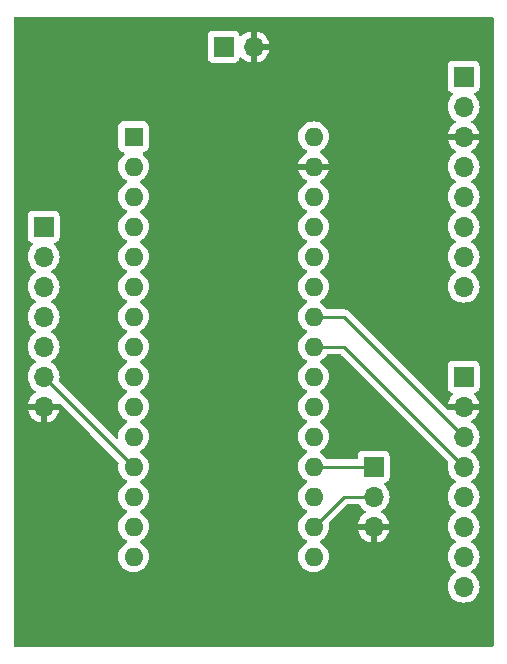
<source format=gbr>
G04 #@! TF.GenerationSoftware,KiCad,Pcbnew,7.0.10*
G04 #@! TF.CreationDate,2024-02-28T18:16:07-05:00*
G04 #@! TF.ProjectId,ApolloAvionics,41706f6c-6c6f-4417-9669-6f6e6963732e,rev?*
G04 #@! TF.SameCoordinates,Original*
G04 #@! TF.FileFunction,Copper,L2,Bot*
G04 #@! TF.FilePolarity,Positive*
%FSLAX46Y46*%
G04 Gerber Fmt 4.6, Leading zero omitted, Abs format (unit mm)*
G04 Created by KiCad (PCBNEW 7.0.10) date 2024-02-28 18:16:07*
%MOMM*%
%LPD*%
G01*
G04 APERTURE LIST*
G04 #@! TA.AperFunction,ComponentPad*
%ADD10R,1.700000X1.700000*%
G04 #@! TD*
G04 #@! TA.AperFunction,ComponentPad*
%ADD11O,1.700000X1.700000*%
G04 #@! TD*
G04 #@! TA.AperFunction,ComponentPad*
%ADD12R,1.600000X1.600000*%
G04 #@! TD*
G04 #@! TA.AperFunction,ComponentPad*
%ADD13O,1.600000X1.600000*%
G04 #@! TD*
G04 #@! TA.AperFunction,Conductor*
%ADD14C,0.250000*%
G04 #@! TD*
G04 APERTURE END LIST*
D10*
G04 #@! TO.P,ESC1,1,VCC*
G04 #@! TO.N,Net-(A1-VIN)*
X58420000Y-55880000D03*
D11*
G04 #@! TO.P,ESC1,2,SGND*
G04 #@! TO.N,Net-(ESC1-SGND)*
X58420000Y-58420000D03*
G04 #@! TO.P,ESC1,3,S1*
G04 #@! TO.N,Net-(A1-D5)*
X58420000Y-60960000D03*
G04 #@! TO.P,ESC1,4,S2*
G04 #@! TO.N,Net-(A1-D6)*
X58420000Y-63500000D03*
G04 #@! TO.P,ESC1,5,S3*
G04 #@! TO.N,Net-(A1-D10)*
X58420000Y-66040000D03*
G04 #@! TO.P,ESC1,6,S4*
G04 #@! TO.N,Net-(A1-D9)*
X58420000Y-68580000D03*
G04 #@! TO.P,ESC1,7,GND*
G04 #@! TO.N,GND*
X58420000Y-71120000D03*
G04 #@! TD*
D12*
G04 #@! TO.P,A1,1,D1/TX*
G04 #@! TO.N,unconnected-(A1-D1{slash}TX-Pad1)*
X66040000Y-48260000D03*
D13*
G04 #@! TO.P,A1,2,D0/RX*
G04 #@! TO.N,unconnected-(A1-D0{slash}RX-Pad2)*
X66040000Y-50800000D03*
G04 #@! TO.P,A1,3,~{RESET}*
G04 #@! TO.N,unconnected-(A1-~{RESET}-Pad3)*
X66040000Y-53340000D03*
G04 #@! TO.P,A1,4,GND*
G04 #@! TO.N,Net-(ESC1-SGND)*
X66040000Y-55880000D03*
G04 #@! TO.P,A1,5,D2*
G04 #@! TO.N,unconnected-(A1-D2-Pad5)*
X66040000Y-58420000D03*
G04 #@! TO.P,A1,6,D3*
G04 #@! TO.N,unconnected-(A1-D3-Pad6)*
X66040000Y-60960000D03*
G04 #@! TO.P,A1,7,D4*
G04 #@! TO.N,unconnected-(A1-D4-Pad7)*
X66040000Y-63500000D03*
G04 #@! TO.P,A1,8,D5*
G04 #@! TO.N,Net-(A1-D5)*
X66040000Y-66040000D03*
G04 #@! TO.P,A1,9,D6*
G04 #@! TO.N,Net-(A1-D6)*
X66040000Y-68580000D03*
G04 #@! TO.P,A1,10,D7*
G04 #@! TO.N,unconnected-(A1-D7-Pad10)*
X66040000Y-71120000D03*
G04 #@! TO.P,A1,11,D8*
G04 #@! TO.N,unconnected-(A1-D8-Pad11)*
X66040000Y-73660000D03*
G04 #@! TO.P,A1,12,D9*
G04 #@! TO.N,Net-(A1-D9)*
X66040000Y-76200000D03*
G04 #@! TO.P,A1,13,D10*
G04 #@! TO.N,Net-(A1-D10)*
X66040000Y-78740000D03*
G04 #@! TO.P,A1,14,D11*
G04 #@! TO.N,unconnected-(A1-D11-Pad14)*
X66040000Y-81280000D03*
G04 #@! TO.P,A1,15,D12*
G04 #@! TO.N,unconnected-(A1-D12-Pad15)*
X66040000Y-83820000D03*
G04 #@! TO.P,A1,16,D13*
G04 #@! TO.N,unconnected-(A1-D13-Pad16)*
X81280000Y-83820000D03*
G04 #@! TO.P,A1,17,3V3*
G04 #@! TO.N,Net-(A1-3V3)*
X81280000Y-81280000D03*
G04 #@! TO.P,A1,18,AREF*
G04 #@! TO.N,unconnected-(A1-AREF-Pad18)*
X81280000Y-78740000D03*
G04 #@! TO.P,A1,19,A0*
G04 #@! TO.N,Net-(A1-A0)*
X81280000Y-76200000D03*
G04 #@! TO.P,A1,20,A1*
G04 #@! TO.N,unconnected-(A1-A1-Pad20)*
X81280000Y-73660000D03*
G04 #@! TO.P,A1,21,A2*
G04 #@! TO.N,unconnected-(A1-A2-Pad21)*
X81280000Y-71120000D03*
G04 #@! TO.P,A1,22,A3*
G04 #@! TO.N,unconnected-(A1-A3-Pad22)*
X81280000Y-68580000D03*
G04 #@! TO.P,A1,23,A4*
G04 #@! TO.N,Net-(A1-A4)*
X81280000Y-66040000D03*
G04 #@! TO.P,A1,24,A5*
G04 #@! TO.N,Net-(A1-A5)*
X81280000Y-63500000D03*
G04 #@! TO.P,A1,25,A6*
G04 #@! TO.N,unconnected-(A1-A6-Pad25)*
X81280000Y-60960000D03*
G04 #@! TO.P,A1,26,A7*
G04 #@! TO.N,unconnected-(A1-A7-Pad26)*
X81280000Y-58420000D03*
G04 #@! TO.P,A1,27,+5V*
G04 #@! TO.N,+5V*
X81280000Y-55880000D03*
G04 #@! TO.P,A1,28,~{RESET}*
G04 #@! TO.N,unconnected-(A1-~{RESET}-Pad28)*
X81280000Y-53340000D03*
G04 #@! TO.P,A1,29,GND*
G04 #@! TO.N,GND*
X81280000Y-50800000D03*
G04 #@! TO.P,A1,30,VIN*
G04 #@! TO.N,Net-(A1-VIN)*
X81280000Y-48260000D03*
G04 #@! TD*
D10*
G04 #@! TO.P,BMP1,1,VIN*
G04 #@! TO.N,+5V*
X93980000Y-43180000D03*
D11*
G04 #@! TO.P,BMP1,2,3Vo*
G04 #@! TO.N,unconnected-(BMP1-3Vo-Pad2)*
X93980000Y-45720000D03*
G04 #@! TO.P,BMP1,3,GND*
G04 #@! TO.N,GND*
X93980000Y-48260000D03*
G04 #@! TO.P,BMP1,4,SCL*
G04 #@! TO.N,Net-(A1-A5)*
X93980000Y-50800000D03*
G04 #@! TO.P,BMP1,5,SDO*
G04 #@! TO.N,unconnected-(BMP1-SDO-Pad5)*
X93980000Y-53340000D03*
G04 #@! TO.P,BMP1,6,SDA*
G04 #@! TO.N,Net-(A1-A4)*
X93980000Y-55880000D03*
G04 #@! TO.P,BMP1,7,CS*
G04 #@! TO.N,unconnected-(BMP1-CS-Pad7)*
X93980000Y-58420000D03*
G04 #@! TO.P,BMP1,8,INT*
G04 #@! TO.N,unconnected-(BMP1-INT-Pad8)*
X93980000Y-60960000D03*
G04 #@! TD*
D10*
G04 #@! TO.P,SRV1,1,PWM*
G04 #@! TO.N,Net-(A1-A0)*
X86360000Y-76200000D03*
D11*
G04 #@! TO.P,SRV1,2,+*
G04 #@! TO.N,Net-(A1-3V3)*
X86360000Y-78740000D03*
G04 #@! TO.P,SRV1,3,-*
G04 #@! TO.N,GND*
X86360000Y-81280000D03*
G04 #@! TD*
D10*
G04 #@! TO.P,BT1,1,+*
G04 #@! TO.N,Net-(A1-VIN)*
X73660000Y-40640000D03*
D11*
G04 #@! TO.P,BT1,2,-*
G04 #@! TO.N,GND*
X76200000Y-40640000D03*
G04 #@! TD*
D10*
G04 #@! TO.P,MPU1,1,VCC*
G04 #@! TO.N,+5V*
X93980000Y-68580000D03*
D11*
G04 #@! TO.P,MPU1,2,GND*
G04 #@! TO.N,GND*
X93980000Y-71120000D03*
G04 #@! TO.P,MPU1,3,SCL*
G04 #@! TO.N,Net-(A1-A5)*
X93980000Y-73660000D03*
G04 #@! TO.P,MPU1,4,SDA*
G04 #@! TO.N,Net-(A1-A4)*
X93980000Y-76200000D03*
G04 #@! TO.P,MPU1,5,XDA*
G04 #@! TO.N,unconnected-(MPU1-XDA-Pad5)*
X93980000Y-78740000D03*
G04 #@! TO.P,MPU1,6,XCL*
G04 #@! TO.N,unconnected-(MPU1-XCL-Pad6)*
X93980000Y-81280000D03*
G04 #@! TO.P,MPU1,7,ADO*
G04 #@! TO.N,unconnected-(MPU1-ADO-Pad7)*
X93980000Y-83820000D03*
G04 #@! TO.P,MPU1,8,INT*
G04 #@! TO.N,unconnected-(MPU1-INT-Pad8)*
X93980000Y-86360000D03*
G04 #@! TD*
D14*
G04 #@! TO.N,Net-(A1-D9)*
X58420000Y-68580000D02*
X66040000Y-76200000D01*
G04 #@! TO.N,Net-(A1-3V3)*
X83820000Y-78740000D02*
X81280000Y-81280000D01*
X86360000Y-78740000D02*
X83820000Y-78740000D01*
G04 #@! TO.N,Net-(A1-A0)*
X86360000Y-76200000D02*
X81280000Y-76200000D01*
G04 #@! TO.N,Net-(A1-A4)*
X93980000Y-76200000D02*
X83820000Y-66040000D01*
X83820000Y-66040000D02*
X81280000Y-66040000D01*
G04 #@! TO.N,Net-(A1-A5)*
X83820000Y-63500000D02*
X81280000Y-63500000D01*
X93980000Y-73660000D02*
X83820000Y-63500000D01*
G04 #@! TD*
G04 #@! TA.AperFunction,Conductor*
G04 #@! TO.N,GND*
G36*
X96462539Y-38120185D02*
G01*
X96508294Y-38172989D01*
X96519500Y-38224500D01*
X96519500Y-91315500D01*
X96499815Y-91382539D01*
X96447011Y-91428294D01*
X96395500Y-91439500D01*
X56004500Y-91439500D01*
X55937461Y-91419815D01*
X55891706Y-91367011D01*
X55880500Y-91315500D01*
X55880500Y-68580000D01*
X57064341Y-68580000D01*
X57084936Y-68815403D01*
X57084938Y-68815413D01*
X57146094Y-69043655D01*
X57146096Y-69043659D01*
X57146097Y-69043663D01*
X57234262Y-69232732D01*
X57245965Y-69257830D01*
X57245967Y-69257834D01*
X57381501Y-69451395D01*
X57381506Y-69451402D01*
X57548597Y-69618493D01*
X57548603Y-69618498D01*
X57734594Y-69748730D01*
X57778219Y-69803307D01*
X57785413Y-69872805D01*
X57753890Y-69935160D01*
X57734595Y-69951880D01*
X57548922Y-70081890D01*
X57548920Y-70081891D01*
X57381891Y-70248920D01*
X57381886Y-70248926D01*
X57246400Y-70442420D01*
X57246399Y-70442422D01*
X57146570Y-70656507D01*
X57146567Y-70656513D01*
X57089364Y-70869999D01*
X57089364Y-70870000D01*
X57986314Y-70870000D01*
X57960507Y-70910156D01*
X57920000Y-71048111D01*
X57920000Y-71191889D01*
X57960507Y-71329844D01*
X57986314Y-71370000D01*
X57089364Y-71370000D01*
X57146567Y-71583486D01*
X57146570Y-71583492D01*
X57246399Y-71797578D01*
X57381894Y-71991082D01*
X57548917Y-72158105D01*
X57742421Y-72293600D01*
X57956507Y-72393429D01*
X57956516Y-72393433D01*
X58170000Y-72450634D01*
X58170000Y-71555501D01*
X58277685Y-71604680D01*
X58384237Y-71620000D01*
X58455763Y-71620000D01*
X58562315Y-71604680D01*
X58670000Y-71555501D01*
X58670000Y-72450633D01*
X58883483Y-72393433D01*
X58883492Y-72393429D01*
X59097578Y-72293600D01*
X59291082Y-72158105D01*
X59458105Y-71991082D01*
X59593600Y-71797578D01*
X59693429Y-71583492D01*
X59693432Y-71583486D01*
X59750636Y-71370000D01*
X58853686Y-71370000D01*
X58879493Y-71329844D01*
X58920000Y-71191889D01*
X58920000Y-71048111D01*
X58879493Y-70910156D01*
X58853686Y-70870000D01*
X59774048Y-70870000D01*
X59841087Y-70889685D01*
X59861728Y-70906318D01*
X62379995Y-73424586D01*
X64740586Y-75785177D01*
X64774071Y-75846500D01*
X64772680Y-75904949D01*
X64754367Y-75973296D01*
X64754364Y-75973313D01*
X64734532Y-76199999D01*
X64734532Y-76200001D01*
X64754364Y-76426686D01*
X64754366Y-76426697D01*
X64813258Y-76646488D01*
X64813261Y-76646497D01*
X64909431Y-76852732D01*
X64909432Y-76852734D01*
X65039954Y-77039141D01*
X65200858Y-77200045D01*
X65200861Y-77200047D01*
X65387266Y-77330568D01*
X65445275Y-77357618D01*
X65497714Y-77403791D01*
X65516866Y-77470984D01*
X65496650Y-77537865D01*
X65445275Y-77582381D01*
X65428272Y-77590310D01*
X65387267Y-77609431D01*
X65387265Y-77609432D01*
X65200858Y-77739954D01*
X65039954Y-77900858D01*
X64909432Y-78087265D01*
X64909431Y-78087267D01*
X64813261Y-78293502D01*
X64813258Y-78293511D01*
X64754366Y-78513302D01*
X64754364Y-78513313D01*
X64734532Y-78739998D01*
X64734532Y-78740001D01*
X64754364Y-78966686D01*
X64754366Y-78966697D01*
X64813258Y-79186488D01*
X64813261Y-79186497D01*
X64909431Y-79392732D01*
X64909432Y-79392734D01*
X65039954Y-79579141D01*
X65200858Y-79740045D01*
X65200861Y-79740047D01*
X65387266Y-79870568D01*
X65445275Y-79897618D01*
X65497714Y-79943791D01*
X65516866Y-80010984D01*
X65496650Y-80077865D01*
X65445275Y-80122382D01*
X65387267Y-80149431D01*
X65387265Y-80149432D01*
X65200858Y-80279954D01*
X65039954Y-80440858D01*
X64909432Y-80627265D01*
X64909431Y-80627267D01*
X64813261Y-80833502D01*
X64813258Y-80833511D01*
X64754366Y-81053302D01*
X64754364Y-81053313D01*
X64734532Y-81279998D01*
X64734532Y-81280001D01*
X64754364Y-81506686D01*
X64754366Y-81506697D01*
X64813258Y-81726488D01*
X64813261Y-81726497D01*
X64909431Y-81932732D01*
X64909432Y-81932734D01*
X65039954Y-82119141D01*
X65200858Y-82280045D01*
X65200861Y-82280047D01*
X65387266Y-82410568D01*
X65445275Y-82437618D01*
X65497714Y-82483791D01*
X65516866Y-82550984D01*
X65496650Y-82617865D01*
X65445275Y-82662382D01*
X65387267Y-82689431D01*
X65387265Y-82689432D01*
X65200858Y-82819954D01*
X65039954Y-82980858D01*
X64909432Y-83167265D01*
X64909431Y-83167267D01*
X64813261Y-83373502D01*
X64813258Y-83373511D01*
X64754366Y-83593302D01*
X64754364Y-83593313D01*
X64734532Y-83819998D01*
X64734532Y-83820001D01*
X64754364Y-84046686D01*
X64754366Y-84046697D01*
X64813258Y-84266488D01*
X64813261Y-84266497D01*
X64909431Y-84472732D01*
X64909432Y-84472734D01*
X65039954Y-84659141D01*
X65200858Y-84820045D01*
X65200861Y-84820047D01*
X65387266Y-84950568D01*
X65593504Y-85046739D01*
X65813308Y-85105635D01*
X65975230Y-85119801D01*
X66039998Y-85125468D01*
X66040000Y-85125468D01*
X66040002Y-85125468D01*
X66096673Y-85120509D01*
X66266692Y-85105635D01*
X66486496Y-85046739D01*
X66692734Y-84950568D01*
X66879139Y-84820047D01*
X67040047Y-84659139D01*
X67170568Y-84472734D01*
X67266739Y-84266496D01*
X67325635Y-84046692D01*
X67345468Y-83820001D01*
X79974532Y-83820001D01*
X79994364Y-84046686D01*
X79994366Y-84046697D01*
X80053258Y-84266488D01*
X80053261Y-84266497D01*
X80149431Y-84472732D01*
X80149432Y-84472734D01*
X80279954Y-84659141D01*
X80440858Y-84820045D01*
X80440861Y-84820047D01*
X80627266Y-84950568D01*
X80833504Y-85046739D01*
X81053308Y-85105635D01*
X81215230Y-85119801D01*
X81279998Y-85125468D01*
X81280000Y-85125468D01*
X81280002Y-85125468D01*
X81336673Y-85120509D01*
X81506692Y-85105635D01*
X81726496Y-85046739D01*
X81932734Y-84950568D01*
X82119139Y-84820047D01*
X82280047Y-84659139D01*
X82410568Y-84472734D01*
X82506739Y-84266496D01*
X82565635Y-84046692D01*
X82585468Y-83820000D01*
X82565635Y-83593308D01*
X82506739Y-83373504D01*
X82410568Y-83167266D01*
X82280047Y-82980861D01*
X82280045Y-82980858D01*
X82119141Y-82819954D01*
X81932734Y-82689432D01*
X81932728Y-82689429D01*
X81874725Y-82662382D01*
X81822285Y-82616210D01*
X81803133Y-82549017D01*
X81823348Y-82482135D01*
X81874725Y-82437618D01*
X81932734Y-82410568D01*
X82119139Y-82280047D01*
X82280047Y-82119139D01*
X82410568Y-81932734D01*
X82506739Y-81726496D01*
X82565635Y-81506692D01*
X82585468Y-81280000D01*
X82565635Y-81053308D01*
X82547318Y-80984948D01*
X82548981Y-80915103D01*
X82579410Y-80865179D01*
X84042772Y-79401819D01*
X84104095Y-79368334D01*
X84130453Y-79365500D01*
X85084773Y-79365500D01*
X85151812Y-79385185D01*
X85186348Y-79418377D01*
X85321501Y-79611396D01*
X85321506Y-79611402D01*
X85488597Y-79778493D01*
X85488603Y-79778498D01*
X85674594Y-79908730D01*
X85718219Y-79963307D01*
X85725413Y-80032805D01*
X85693890Y-80095160D01*
X85674595Y-80111880D01*
X85488922Y-80241890D01*
X85488920Y-80241891D01*
X85321891Y-80408920D01*
X85321886Y-80408926D01*
X85186400Y-80602420D01*
X85186399Y-80602422D01*
X85086570Y-80816507D01*
X85086567Y-80816513D01*
X85029364Y-81029999D01*
X85029364Y-81030000D01*
X85926314Y-81030000D01*
X85900507Y-81070156D01*
X85860000Y-81208111D01*
X85860000Y-81351889D01*
X85900507Y-81489844D01*
X85926314Y-81530000D01*
X85029364Y-81530000D01*
X85086567Y-81743486D01*
X85086570Y-81743492D01*
X85186399Y-81957578D01*
X85321894Y-82151082D01*
X85488917Y-82318105D01*
X85682421Y-82453600D01*
X85896507Y-82553429D01*
X85896516Y-82553433D01*
X86110000Y-82610634D01*
X86110000Y-81715501D01*
X86217685Y-81764680D01*
X86324237Y-81780000D01*
X86395763Y-81780000D01*
X86502315Y-81764680D01*
X86610000Y-81715501D01*
X86610000Y-82610633D01*
X86823483Y-82553433D01*
X86823492Y-82553429D01*
X87037578Y-82453600D01*
X87231082Y-82318105D01*
X87398105Y-82151082D01*
X87533600Y-81957578D01*
X87633429Y-81743492D01*
X87633432Y-81743486D01*
X87690636Y-81530000D01*
X86793686Y-81530000D01*
X86819493Y-81489844D01*
X86860000Y-81351889D01*
X86860000Y-81208111D01*
X86819493Y-81070156D01*
X86793686Y-81030000D01*
X87690636Y-81030000D01*
X87690635Y-81029999D01*
X87633432Y-80816513D01*
X87633429Y-80816507D01*
X87533600Y-80602422D01*
X87533599Y-80602420D01*
X87398113Y-80408926D01*
X87398108Y-80408920D01*
X87231078Y-80241890D01*
X87045405Y-80111879D01*
X87001780Y-80057302D01*
X86994588Y-79987804D01*
X87026110Y-79925449D01*
X87045406Y-79908730D01*
X87099907Y-79870568D01*
X87231401Y-79778495D01*
X87398495Y-79611401D01*
X87534035Y-79417830D01*
X87633903Y-79203663D01*
X87695063Y-78975408D01*
X87715659Y-78740000D01*
X87695063Y-78504592D01*
X87633903Y-78276337D01*
X87534035Y-78062171D01*
X87533651Y-78061623D01*
X87398496Y-77868600D01*
X87398493Y-77868597D01*
X87276567Y-77746671D01*
X87243084Y-77685351D01*
X87248068Y-77615659D01*
X87289939Y-77559725D01*
X87320915Y-77542810D01*
X87452331Y-77493796D01*
X87567546Y-77407546D01*
X87653796Y-77292331D01*
X87704091Y-77157483D01*
X87710500Y-77097873D01*
X87710499Y-75302128D01*
X87704091Y-75242517D01*
X87653796Y-75107669D01*
X87653795Y-75107668D01*
X87653793Y-75107664D01*
X87567547Y-74992455D01*
X87567544Y-74992452D01*
X87452335Y-74906206D01*
X87452328Y-74906202D01*
X87317482Y-74855908D01*
X87317483Y-74855908D01*
X87257883Y-74849501D01*
X87257881Y-74849500D01*
X87257873Y-74849500D01*
X87257864Y-74849500D01*
X85462129Y-74849500D01*
X85462123Y-74849501D01*
X85402516Y-74855908D01*
X85267671Y-74906202D01*
X85267664Y-74906206D01*
X85152455Y-74992452D01*
X85152452Y-74992455D01*
X85066206Y-75107664D01*
X85066202Y-75107671D01*
X85015908Y-75242517D01*
X85009501Y-75302116D01*
X85009501Y-75302123D01*
X85009500Y-75302135D01*
X85009500Y-75450500D01*
X84989815Y-75517539D01*
X84937011Y-75563294D01*
X84885500Y-75574500D01*
X82494188Y-75574500D01*
X82427149Y-75554815D01*
X82392613Y-75521623D01*
X82280045Y-75360858D01*
X82119141Y-75199954D01*
X81932734Y-75069432D01*
X81932728Y-75069429D01*
X81874725Y-75042382D01*
X81822285Y-74996210D01*
X81803133Y-74929017D01*
X81823348Y-74862135D01*
X81874725Y-74817618D01*
X81932734Y-74790568D01*
X82119139Y-74660047D01*
X82280047Y-74499139D01*
X82410568Y-74312734D01*
X82506739Y-74106496D01*
X82565635Y-73886692D01*
X82585468Y-73660000D01*
X82565635Y-73433308D01*
X82506739Y-73213504D01*
X82410568Y-73007266D01*
X82280047Y-72820861D01*
X82280045Y-72820858D01*
X82119141Y-72659954D01*
X81932734Y-72529432D01*
X81932728Y-72529429D01*
X81874725Y-72502382D01*
X81822285Y-72456210D01*
X81803133Y-72389017D01*
X81823348Y-72322135D01*
X81874725Y-72277618D01*
X81932734Y-72250568D01*
X82119139Y-72120047D01*
X82280047Y-71959139D01*
X82410568Y-71772734D01*
X82506739Y-71566496D01*
X82565635Y-71346692D01*
X82585468Y-71120000D01*
X82565635Y-70893308D01*
X82506739Y-70673504D01*
X82410568Y-70467266D01*
X82280047Y-70280861D01*
X82280045Y-70280858D01*
X82119141Y-70119954D01*
X81932734Y-69989432D01*
X81932728Y-69989429D01*
X81874725Y-69962382D01*
X81822285Y-69916210D01*
X81803133Y-69849017D01*
X81823348Y-69782135D01*
X81874725Y-69737618D01*
X81932734Y-69710568D01*
X82119139Y-69580047D01*
X82280047Y-69419139D01*
X82410568Y-69232734D01*
X82506739Y-69026496D01*
X82565635Y-68806692D01*
X82585468Y-68580000D01*
X82565635Y-68353308D01*
X82506739Y-68133504D01*
X82410568Y-67927266D01*
X82280047Y-67740861D01*
X82280045Y-67740858D01*
X82119141Y-67579954D01*
X81932734Y-67449432D01*
X81932728Y-67449429D01*
X81874725Y-67422382D01*
X81822285Y-67376210D01*
X81803133Y-67309017D01*
X81823348Y-67242135D01*
X81874725Y-67197618D01*
X81932734Y-67170568D01*
X82119139Y-67040047D01*
X82280047Y-66879139D01*
X82392613Y-66718377D01*
X82447189Y-66674752D01*
X82494188Y-66665500D01*
X83509548Y-66665500D01*
X83576587Y-66685185D01*
X83597229Y-66701819D01*
X92639762Y-75744352D01*
X92673247Y-75805675D01*
X92671856Y-75864126D01*
X92644938Y-75964586D01*
X92644936Y-75964596D01*
X92624341Y-76199999D01*
X92624341Y-76200000D01*
X92644936Y-76435403D01*
X92644938Y-76435413D01*
X92706094Y-76663655D01*
X92706096Y-76663659D01*
X92706097Y-76663663D01*
X92781563Y-76825500D01*
X92805965Y-76877830D01*
X92805967Y-76877834D01*
X92941501Y-77071395D01*
X92941506Y-77071402D01*
X93108597Y-77238493D01*
X93108603Y-77238498D01*
X93294158Y-77368425D01*
X93337783Y-77423002D01*
X93344977Y-77492500D01*
X93313454Y-77554855D01*
X93294158Y-77571575D01*
X93108597Y-77701505D01*
X92941505Y-77868597D01*
X92805965Y-78062169D01*
X92805964Y-78062171D01*
X92706098Y-78276335D01*
X92706094Y-78276344D01*
X92644938Y-78504586D01*
X92644936Y-78504596D01*
X92624341Y-78739999D01*
X92624341Y-78740000D01*
X92644936Y-78975403D01*
X92644938Y-78975413D01*
X92706094Y-79203655D01*
X92706096Y-79203659D01*
X92706097Y-79203663D01*
X92781563Y-79365500D01*
X92805965Y-79417830D01*
X92805967Y-79417834D01*
X92914281Y-79572521D01*
X92941501Y-79611396D01*
X92941506Y-79611402D01*
X93108597Y-79778493D01*
X93108603Y-79778498D01*
X93294158Y-79908425D01*
X93337783Y-79963002D01*
X93344977Y-80032500D01*
X93313454Y-80094855D01*
X93294158Y-80111575D01*
X93108597Y-80241505D01*
X92941505Y-80408597D01*
X92805965Y-80602169D01*
X92805964Y-80602171D01*
X92706098Y-80816335D01*
X92706094Y-80816344D01*
X92644938Y-81044586D01*
X92644936Y-81044596D01*
X92624341Y-81279999D01*
X92624341Y-81280000D01*
X92644936Y-81515403D01*
X92644938Y-81515413D01*
X92706094Y-81743655D01*
X92706096Y-81743659D01*
X92706097Y-81743663D01*
X92794262Y-81932732D01*
X92805965Y-81957830D01*
X92805967Y-81957834D01*
X92941501Y-82151395D01*
X92941506Y-82151402D01*
X93108597Y-82318493D01*
X93108603Y-82318498D01*
X93294158Y-82448425D01*
X93337783Y-82503002D01*
X93344977Y-82572500D01*
X93313454Y-82634855D01*
X93294158Y-82651575D01*
X93108597Y-82781505D01*
X92941505Y-82948597D01*
X92805965Y-83142169D01*
X92805964Y-83142171D01*
X92706098Y-83356335D01*
X92706094Y-83356344D01*
X92644938Y-83584586D01*
X92644936Y-83584596D01*
X92624341Y-83819999D01*
X92624341Y-83820000D01*
X92644936Y-84055403D01*
X92644938Y-84055413D01*
X92706094Y-84283655D01*
X92706096Y-84283659D01*
X92706097Y-84283663D01*
X92794262Y-84472732D01*
X92805965Y-84497830D01*
X92805967Y-84497834D01*
X92941501Y-84691395D01*
X92941506Y-84691402D01*
X93108597Y-84858493D01*
X93108603Y-84858498D01*
X93294158Y-84988425D01*
X93337783Y-85043002D01*
X93344977Y-85112500D01*
X93313454Y-85174855D01*
X93294158Y-85191575D01*
X93108597Y-85321505D01*
X92941505Y-85488597D01*
X92805965Y-85682169D01*
X92805964Y-85682171D01*
X92706098Y-85896335D01*
X92706094Y-85896344D01*
X92644938Y-86124586D01*
X92644936Y-86124596D01*
X92624341Y-86359999D01*
X92624341Y-86360000D01*
X92644936Y-86595403D01*
X92644938Y-86595413D01*
X92706094Y-86823655D01*
X92706096Y-86823659D01*
X92706097Y-86823663D01*
X92805965Y-87037830D01*
X92805967Y-87037834D01*
X92914281Y-87192521D01*
X92941505Y-87231401D01*
X93108599Y-87398495D01*
X93205384Y-87466265D01*
X93302165Y-87534032D01*
X93302167Y-87534033D01*
X93302170Y-87534035D01*
X93516337Y-87633903D01*
X93744592Y-87695063D01*
X93932918Y-87711539D01*
X93979999Y-87715659D01*
X93980000Y-87715659D01*
X93980001Y-87715659D01*
X94019234Y-87712226D01*
X94215408Y-87695063D01*
X94443663Y-87633903D01*
X94657830Y-87534035D01*
X94851401Y-87398495D01*
X95018495Y-87231401D01*
X95154035Y-87037830D01*
X95253903Y-86823663D01*
X95315063Y-86595408D01*
X95335659Y-86360000D01*
X95315063Y-86124592D01*
X95253903Y-85896337D01*
X95154035Y-85682171D01*
X95018495Y-85488599D01*
X95018494Y-85488597D01*
X94851402Y-85321506D01*
X94851396Y-85321501D01*
X94665842Y-85191575D01*
X94622217Y-85136998D01*
X94615023Y-85067500D01*
X94646546Y-85005145D01*
X94665842Y-84988425D01*
X94719909Y-84950567D01*
X94851401Y-84858495D01*
X95018495Y-84691401D01*
X95154035Y-84497830D01*
X95253903Y-84283663D01*
X95315063Y-84055408D01*
X95335659Y-83820000D01*
X95315063Y-83584592D01*
X95253903Y-83356337D01*
X95154035Y-83142171D01*
X95018495Y-82948599D01*
X95018494Y-82948597D01*
X94851402Y-82781506D01*
X94851396Y-82781501D01*
X94665842Y-82651575D01*
X94622217Y-82596998D01*
X94615023Y-82527500D01*
X94646546Y-82465145D01*
X94665842Y-82448425D01*
X94719909Y-82410567D01*
X94851401Y-82318495D01*
X95018495Y-82151401D01*
X95154035Y-81957830D01*
X95253903Y-81743663D01*
X95315063Y-81515408D01*
X95335659Y-81280000D01*
X95315063Y-81044592D01*
X95253903Y-80816337D01*
X95154035Y-80602171D01*
X95018495Y-80408599D01*
X95018494Y-80408597D01*
X94851402Y-80241506D01*
X94851396Y-80241501D01*
X94665842Y-80111575D01*
X94622217Y-80056998D01*
X94615023Y-79987500D01*
X94646546Y-79925145D01*
X94665842Y-79908425D01*
X94719909Y-79870567D01*
X94851401Y-79778495D01*
X95018495Y-79611401D01*
X95154035Y-79417830D01*
X95253903Y-79203663D01*
X95315063Y-78975408D01*
X95335659Y-78740000D01*
X95315063Y-78504592D01*
X95253903Y-78276337D01*
X95154035Y-78062171D01*
X95153652Y-78061623D01*
X95018494Y-77868597D01*
X94851402Y-77701506D01*
X94851396Y-77701501D01*
X94665842Y-77571575D01*
X94622217Y-77516998D01*
X94615023Y-77447500D01*
X94646546Y-77385145D01*
X94665842Y-77368425D01*
X94719909Y-77330567D01*
X94851401Y-77238495D01*
X95018495Y-77071401D01*
X95154035Y-76877830D01*
X95253903Y-76663663D01*
X95315063Y-76435408D01*
X95335659Y-76200000D01*
X95315063Y-75964592D01*
X95253903Y-75736337D01*
X95154035Y-75522171D01*
X95153652Y-75521623D01*
X95018494Y-75328597D01*
X94851402Y-75161506D01*
X94851396Y-75161501D01*
X94665842Y-75031575D01*
X94622217Y-74976998D01*
X94615023Y-74907500D01*
X94646546Y-74845145D01*
X94665842Y-74828425D01*
X94719909Y-74790567D01*
X94851401Y-74698495D01*
X95018495Y-74531401D01*
X95154035Y-74337830D01*
X95253903Y-74123663D01*
X95315063Y-73895408D01*
X95335659Y-73660000D01*
X95315063Y-73424592D01*
X95253903Y-73196337D01*
X95154035Y-72982171D01*
X95018495Y-72788599D01*
X95018494Y-72788597D01*
X94851402Y-72621506D01*
X94851401Y-72621505D01*
X94665405Y-72491269D01*
X94621781Y-72436692D01*
X94614588Y-72367193D01*
X94646110Y-72304839D01*
X94665405Y-72288119D01*
X94851082Y-72158105D01*
X95018105Y-71991082D01*
X95153600Y-71797578D01*
X95253429Y-71583492D01*
X95253432Y-71583486D01*
X95310636Y-71370000D01*
X94413686Y-71370000D01*
X94439493Y-71329844D01*
X94480000Y-71191889D01*
X94480000Y-71048111D01*
X94439493Y-70910156D01*
X94413686Y-70870000D01*
X95310636Y-70870000D01*
X95310635Y-70869999D01*
X95253432Y-70656513D01*
X95253429Y-70656507D01*
X95153600Y-70442422D01*
X95153599Y-70442420D01*
X95018113Y-70248926D01*
X95018108Y-70248920D01*
X94896053Y-70126865D01*
X94862568Y-70065542D01*
X94867552Y-69995850D01*
X94909424Y-69939917D01*
X94940400Y-69923002D01*
X95072331Y-69873796D01*
X95187546Y-69787546D01*
X95273796Y-69672331D01*
X95324091Y-69537483D01*
X95330500Y-69477873D01*
X95330499Y-67682128D01*
X95324091Y-67622517D01*
X95273796Y-67487669D01*
X95273795Y-67487668D01*
X95273793Y-67487664D01*
X95187547Y-67372455D01*
X95187544Y-67372452D01*
X95072335Y-67286206D01*
X95072328Y-67286202D01*
X94937482Y-67235908D01*
X94937483Y-67235908D01*
X94877883Y-67229501D01*
X94877881Y-67229500D01*
X94877873Y-67229500D01*
X94877864Y-67229500D01*
X93082129Y-67229500D01*
X93082123Y-67229501D01*
X93022516Y-67235908D01*
X92887671Y-67286202D01*
X92887664Y-67286206D01*
X92772455Y-67372452D01*
X92772452Y-67372455D01*
X92686206Y-67487664D01*
X92686202Y-67487671D01*
X92635908Y-67622517D01*
X92629501Y-67682116D01*
X92629501Y-67682123D01*
X92629500Y-67682135D01*
X92629500Y-69477870D01*
X92629501Y-69477876D01*
X92635908Y-69537483D01*
X92686202Y-69672328D01*
X92686206Y-69672335D01*
X92772452Y-69787544D01*
X92772455Y-69787547D01*
X92887664Y-69873793D01*
X92887671Y-69873797D01*
X92887674Y-69873798D01*
X93019598Y-69923002D01*
X93075531Y-69964873D01*
X93099949Y-70030337D01*
X93085098Y-70098610D01*
X93063947Y-70126865D01*
X92941886Y-70248926D01*
X92806400Y-70442420D01*
X92806399Y-70442422D01*
X92706570Y-70656507D01*
X92706567Y-70656513D01*
X92649364Y-70869999D01*
X92649364Y-70870000D01*
X93546314Y-70870000D01*
X93520507Y-70910156D01*
X93480000Y-71048111D01*
X93480000Y-71191889D01*
X93520507Y-71329844D01*
X93546314Y-71370000D01*
X92625952Y-71370000D01*
X92558913Y-71350315D01*
X92538271Y-71333681D01*
X88913189Y-67708599D01*
X84320803Y-63116212D01*
X84310980Y-63103950D01*
X84310759Y-63104134D01*
X84305786Y-63098122D01*
X84256776Y-63052099D01*
X84253977Y-63049386D01*
X84234477Y-63029885D01*
X84234471Y-63029880D01*
X84231286Y-63027409D01*
X84222434Y-63019848D01*
X84190582Y-62989938D01*
X84190580Y-62989936D01*
X84190577Y-62989935D01*
X84173029Y-62980288D01*
X84156763Y-62969604D01*
X84140932Y-62957324D01*
X84100849Y-62939978D01*
X84090363Y-62934841D01*
X84052094Y-62913803D01*
X84052092Y-62913802D01*
X84032693Y-62908822D01*
X84014281Y-62902518D01*
X83995898Y-62894562D01*
X83995892Y-62894560D01*
X83952760Y-62887729D01*
X83941322Y-62885361D01*
X83899020Y-62874500D01*
X83899019Y-62874500D01*
X83878984Y-62874500D01*
X83859586Y-62872973D01*
X83852162Y-62871797D01*
X83839805Y-62869840D01*
X83839804Y-62869840D01*
X83796325Y-62873950D01*
X83784656Y-62874500D01*
X82494188Y-62874500D01*
X82427149Y-62854815D01*
X82392613Y-62821623D01*
X82280045Y-62660858D01*
X82119141Y-62499954D01*
X81932734Y-62369432D01*
X81932728Y-62369429D01*
X81874725Y-62342382D01*
X81822285Y-62296210D01*
X81803133Y-62229017D01*
X81823348Y-62162135D01*
X81874725Y-62117618D01*
X81932734Y-62090568D01*
X82119139Y-61960047D01*
X82280047Y-61799139D01*
X82410568Y-61612734D01*
X82506739Y-61406496D01*
X82565635Y-61186692D01*
X82585468Y-60960000D01*
X92624341Y-60960000D01*
X92644936Y-61195403D01*
X92644938Y-61195413D01*
X92706094Y-61423655D01*
X92706096Y-61423659D01*
X92706097Y-61423663D01*
X92794262Y-61612732D01*
X92805965Y-61637830D01*
X92805967Y-61637834D01*
X92914281Y-61792521D01*
X92941505Y-61831401D01*
X93108599Y-61998495D01*
X93205384Y-62066265D01*
X93302165Y-62134032D01*
X93302167Y-62134033D01*
X93302170Y-62134035D01*
X93516337Y-62233903D01*
X93744592Y-62295063D01*
X93932918Y-62311539D01*
X93979999Y-62315659D01*
X93980000Y-62315659D01*
X93980001Y-62315659D01*
X94019234Y-62312226D01*
X94215408Y-62295063D01*
X94443663Y-62233903D01*
X94657830Y-62134035D01*
X94851401Y-61998495D01*
X95018495Y-61831401D01*
X95154035Y-61637830D01*
X95253903Y-61423663D01*
X95315063Y-61195408D01*
X95335659Y-60960000D01*
X95315063Y-60724592D01*
X95253903Y-60496337D01*
X95154035Y-60282171D01*
X95018495Y-60088599D01*
X95018494Y-60088597D01*
X94851402Y-59921506D01*
X94851396Y-59921501D01*
X94665842Y-59791575D01*
X94622217Y-59736998D01*
X94615023Y-59667500D01*
X94646546Y-59605145D01*
X94665842Y-59588425D01*
X94719909Y-59550567D01*
X94851401Y-59458495D01*
X95018495Y-59291401D01*
X95154035Y-59097830D01*
X95253903Y-58883663D01*
X95315063Y-58655408D01*
X95335659Y-58420000D01*
X95315063Y-58184592D01*
X95253903Y-57956337D01*
X95154035Y-57742171D01*
X95018495Y-57548599D01*
X95018494Y-57548597D01*
X94851402Y-57381506D01*
X94851396Y-57381501D01*
X94665842Y-57251575D01*
X94622217Y-57196998D01*
X94615023Y-57127500D01*
X94646546Y-57065145D01*
X94665842Y-57048425D01*
X94719909Y-57010567D01*
X94851401Y-56918495D01*
X95018495Y-56751401D01*
X95154035Y-56557830D01*
X95253903Y-56343663D01*
X95315063Y-56115408D01*
X95335659Y-55880000D01*
X95315063Y-55644592D01*
X95253903Y-55416337D01*
X95154035Y-55202171D01*
X95018495Y-55008599D01*
X95018494Y-55008597D01*
X94851402Y-54841506D01*
X94851396Y-54841501D01*
X94665842Y-54711575D01*
X94622217Y-54656998D01*
X94615023Y-54587500D01*
X94646546Y-54525145D01*
X94665842Y-54508425D01*
X94719909Y-54470567D01*
X94851401Y-54378495D01*
X95018495Y-54211401D01*
X95154035Y-54017830D01*
X95253903Y-53803663D01*
X95315063Y-53575408D01*
X95335659Y-53340000D01*
X95315063Y-53104592D01*
X95253903Y-52876337D01*
X95154035Y-52662171D01*
X95018495Y-52468599D01*
X95018494Y-52468597D01*
X94851402Y-52301506D01*
X94851396Y-52301501D01*
X94665842Y-52171575D01*
X94622217Y-52116998D01*
X94615023Y-52047500D01*
X94646546Y-51985145D01*
X94665842Y-51968425D01*
X94719909Y-51930567D01*
X94851401Y-51838495D01*
X95018495Y-51671401D01*
X95154035Y-51477830D01*
X95253903Y-51263663D01*
X95315063Y-51035408D01*
X95335659Y-50800000D01*
X95315063Y-50564592D01*
X95253903Y-50336337D01*
X95154035Y-50122171D01*
X95018495Y-49928599D01*
X95018494Y-49928597D01*
X94851402Y-49761506D01*
X94851401Y-49761505D01*
X94665405Y-49631269D01*
X94621781Y-49576692D01*
X94614588Y-49507193D01*
X94646110Y-49444839D01*
X94665405Y-49428119D01*
X94851082Y-49298105D01*
X95018105Y-49131082D01*
X95153600Y-48937578D01*
X95253429Y-48723492D01*
X95253432Y-48723486D01*
X95310636Y-48510000D01*
X94413686Y-48510000D01*
X94439493Y-48469844D01*
X94480000Y-48331889D01*
X94480000Y-48188111D01*
X94439493Y-48050156D01*
X94413686Y-48010000D01*
X95310636Y-48010000D01*
X95310635Y-48009999D01*
X95253432Y-47796513D01*
X95253429Y-47796507D01*
X95153600Y-47582422D01*
X95153599Y-47582420D01*
X95018113Y-47388926D01*
X95018108Y-47388920D01*
X94851078Y-47221890D01*
X94665405Y-47091879D01*
X94621780Y-47037302D01*
X94614588Y-46967804D01*
X94646110Y-46905449D01*
X94665406Y-46888730D01*
X94851401Y-46758495D01*
X95018495Y-46591401D01*
X95154035Y-46397830D01*
X95253903Y-46183663D01*
X95315063Y-45955408D01*
X95335659Y-45720000D01*
X95315063Y-45484592D01*
X95253903Y-45256337D01*
X95154035Y-45042171D01*
X95018495Y-44848599D01*
X94896567Y-44726671D01*
X94863084Y-44665351D01*
X94868068Y-44595659D01*
X94909939Y-44539725D01*
X94940915Y-44522810D01*
X95072331Y-44473796D01*
X95187546Y-44387546D01*
X95273796Y-44272331D01*
X95324091Y-44137483D01*
X95330500Y-44077873D01*
X95330499Y-42282128D01*
X95324091Y-42222517D01*
X95273796Y-42087669D01*
X95273795Y-42087668D01*
X95273793Y-42087664D01*
X95187547Y-41972455D01*
X95187544Y-41972452D01*
X95072335Y-41886206D01*
X95072328Y-41886202D01*
X94937482Y-41835908D01*
X94937483Y-41835908D01*
X94877883Y-41829501D01*
X94877881Y-41829500D01*
X94877873Y-41829500D01*
X94877864Y-41829500D01*
X93082129Y-41829500D01*
X93082123Y-41829501D01*
X93022516Y-41835908D01*
X92887671Y-41886202D01*
X92887664Y-41886206D01*
X92772455Y-41972452D01*
X92772452Y-41972455D01*
X92686206Y-42087664D01*
X92686202Y-42087671D01*
X92635908Y-42222517D01*
X92629501Y-42282116D01*
X92629501Y-42282123D01*
X92629500Y-42282135D01*
X92629500Y-44077870D01*
X92629501Y-44077876D01*
X92635908Y-44137483D01*
X92686202Y-44272328D01*
X92686206Y-44272335D01*
X92772452Y-44387544D01*
X92772455Y-44387547D01*
X92887664Y-44473793D01*
X92887671Y-44473797D01*
X93019081Y-44522810D01*
X93075015Y-44564681D01*
X93099432Y-44630145D01*
X93084580Y-44698418D01*
X93063430Y-44726673D01*
X92941503Y-44848600D01*
X92805965Y-45042169D01*
X92805964Y-45042171D01*
X92706098Y-45256335D01*
X92706094Y-45256344D01*
X92644938Y-45484586D01*
X92644936Y-45484596D01*
X92624341Y-45719999D01*
X92624341Y-45720000D01*
X92644936Y-45955403D01*
X92644938Y-45955413D01*
X92706094Y-46183655D01*
X92706096Y-46183659D01*
X92706097Y-46183663D01*
X92805965Y-46397830D01*
X92805967Y-46397834D01*
X92941501Y-46591395D01*
X92941506Y-46591402D01*
X93108597Y-46758493D01*
X93108603Y-46758498D01*
X93294594Y-46888730D01*
X93338219Y-46943307D01*
X93345413Y-47012805D01*
X93313890Y-47075160D01*
X93294595Y-47091880D01*
X93108922Y-47221890D01*
X93108920Y-47221891D01*
X92941891Y-47388920D01*
X92941886Y-47388926D01*
X92806400Y-47582420D01*
X92806399Y-47582422D01*
X92706570Y-47796507D01*
X92706567Y-47796513D01*
X92649364Y-48009999D01*
X92649364Y-48010000D01*
X93546314Y-48010000D01*
X93520507Y-48050156D01*
X93480000Y-48188111D01*
X93480000Y-48331889D01*
X93520507Y-48469844D01*
X93546314Y-48510000D01*
X92649364Y-48510000D01*
X92706567Y-48723486D01*
X92706570Y-48723492D01*
X92806399Y-48937578D01*
X92941894Y-49131082D01*
X93108917Y-49298105D01*
X93294595Y-49428119D01*
X93338219Y-49482696D01*
X93345412Y-49552195D01*
X93313890Y-49614549D01*
X93294595Y-49631269D01*
X93108594Y-49761508D01*
X92941505Y-49928597D01*
X92805965Y-50122169D01*
X92805964Y-50122171D01*
X92706098Y-50336335D01*
X92706094Y-50336344D01*
X92644938Y-50564586D01*
X92644936Y-50564596D01*
X92624341Y-50799999D01*
X92624341Y-50800000D01*
X92644936Y-51035403D01*
X92644938Y-51035413D01*
X92706094Y-51263655D01*
X92706096Y-51263659D01*
X92706097Y-51263663D01*
X92794145Y-51452482D01*
X92805965Y-51477830D01*
X92805967Y-51477834D01*
X92941501Y-51671395D01*
X92941506Y-51671402D01*
X93108597Y-51838493D01*
X93108603Y-51838498D01*
X93294158Y-51968425D01*
X93337783Y-52023002D01*
X93344977Y-52092500D01*
X93313454Y-52154855D01*
X93294158Y-52171575D01*
X93108597Y-52301505D01*
X92941505Y-52468597D01*
X92805965Y-52662169D01*
X92805964Y-52662171D01*
X92706098Y-52876335D01*
X92706094Y-52876344D01*
X92644938Y-53104586D01*
X92644936Y-53104596D01*
X92624341Y-53339999D01*
X92624341Y-53340000D01*
X92644936Y-53575403D01*
X92644938Y-53575413D01*
X92706094Y-53803655D01*
X92706096Y-53803659D01*
X92706097Y-53803663D01*
X92794262Y-53992732D01*
X92805965Y-54017830D01*
X92805967Y-54017834D01*
X92941501Y-54211395D01*
X92941506Y-54211402D01*
X93108597Y-54378493D01*
X93108603Y-54378498D01*
X93294158Y-54508425D01*
X93337783Y-54563002D01*
X93344977Y-54632500D01*
X93313454Y-54694855D01*
X93294158Y-54711575D01*
X93108597Y-54841505D01*
X92941505Y-55008597D01*
X92805965Y-55202169D01*
X92805964Y-55202171D01*
X92706098Y-55416335D01*
X92706094Y-55416344D01*
X92644938Y-55644586D01*
X92644936Y-55644596D01*
X92624341Y-55879999D01*
X92624341Y-55880000D01*
X92644936Y-56115403D01*
X92644938Y-56115413D01*
X92706094Y-56343655D01*
X92706096Y-56343659D01*
X92706097Y-56343663D01*
X92794262Y-56532732D01*
X92805965Y-56557830D01*
X92805967Y-56557834D01*
X92941501Y-56751395D01*
X92941506Y-56751402D01*
X93108597Y-56918493D01*
X93108603Y-56918498D01*
X93294158Y-57048425D01*
X93337783Y-57103002D01*
X93344977Y-57172500D01*
X93313454Y-57234855D01*
X93294158Y-57251575D01*
X93108597Y-57381505D01*
X92941505Y-57548597D01*
X92805965Y-57742169D01*
X92805964Y-57742171D01*
X92706098Y-57956335D01*
X92706094Y-57956344D01*
X92644938Y-58184586D01*
X92644936Y-58184596D01*
X92624341Y-58419999D01*
X92624341Y-58420000D01*
X92644936Y-58655403D01*
X92644938Y-58655413D01*
X92706094Y-58883655D01*
X92706096Y-58883659D01*
X92706097Y-58883663D01*
X92794262Y-59072732D01*
X92805965Y-59097830D01*
X92805967Y-59097834D01*
X92941501Y-59291395D01*
X92941506Y-59291402D01*
X93108597Y-59458493D01*
X93108603Y-59458498D01*
X93294158Y-59588425D01*
X93337783Y-59643002D01*
X93344977Y-59712500D01*
X93313454Y-59774855D01*
X93294158Y-59791575D01*
X93108597Y-59921505D01*
X92941505Y-60088597D01*
X92805965Y-60282169D01*
X92805964Y-60282171D01*
X92706098Y-60496335D01*
X92706094Y-60496344D01*
X92644938Y-60724586D01*
X92644936Y-60724596D01*
X92624341Y-60959999D01*
X92624341Y-60960000D01*
X82585468Y-60960000D01*
X82565635Y-60733308D01*
X82506739Y-60513504D01*
X82410568Y-60307266D01*
X82280047Y-60120861D01*
X82280045Y-60120858D01*
X82119141Y-59959954D01*
X81932734Y-59829432D01*
X81932728Y-59829429D01*
X81874725Y-59802382D01*
X81822285Y-59756210D01*
X81803133Y-59689017D01*
X81823348Y-59622135D01*
X81874725Y-59577618D01*
X81932734Y-59550568D01*
X82119139Y-59420047D01*
X82280047Y-59259139D01*
X82410568Y-59072734D01*
X82506739Y-58866496D01*
X82565635Y-58646692D01*
X82585468Y-58420000D01*
X82565635Y-58193308D01*
X82506739Y-57973504D01*
X82410568Y-57767266D01*
X82280047Y-57580861D01*
X82280045Y-57580858D01*
X82119141Y-57419954D01*
X81932734Y-57289432D01*
X81932728Y-57289429D01*
X81905038Y-57276517D01*
X81874724Y-57262381D01*
X81822285Y-57216210D01*
X81803133Y-57149017D01*
X81823348Y-57082135D01*
X81874725Y-57037618D01*
X81932734Y-57010568D01*
X82119139Y-56880047D01*
X82280047Y-56719139D01*
X82410568Y-56532734D01*
X82506739Y-56326496D01*
X82565635Y-56106692D01*
X82585468Y-55880000D01*
X82565635Y-55653308D01*
X82506739Y-55433504D01*
X82410568Y-55227266D01*
X82280047Y-55040861D01*
X82280045Y-55040858D01*
X82119141Y-54879954D01*
X81932734Y-54749432D01*
X81932728Y-54749429D01*
X81874725Y-54722382D01*
X81822285Y-54676210D01*
X81803133Y-54609017D01*
X81823348Y-54542135D01*
X81874725Y-54497618D01*
X81932734Y-54470568D01*
X82119139Y-54340047D01*
X82280047Y-54179139D01*
X82410568Y-53992734D01*
X82506739Y-53786496D01*
X82565635Y-53566692D01*
X82585468Y-53340000D01*
X82565635Y-53113308D01*
X82506739Y-52893504D01*
X82410568Y-52687266D01*
X82280047Y-52500861D01*
X82280045Y-52500858D01*
X82119141Y-52339954D01*
X81932734Y-52209432D01*
X81932732Y-52209431D01*
X81874725Y-52182382D01*
X81874132Y-52182105D01*
X81821694Y-52135934D01*
X81802542Y-52068740D01*
X81822758Y-52001859D01*
X81874134Y-51957341D01*
X81932484Y-51930132D01*
X82118820Y-51799657D01*
X82279657Y-51638820D01*
X82410134Y-51452482D01*
X82506265Y-51246326D01*
X82506269Y-51246317D01*
X82558872Y-51050000D01*
X81713686Y-51050000D01*
X81739493Y-51009844D01*
X81780000Y-50871889D01*
X81780000Y-50728111D01*
X81739493Y-50590156D01*
X81713686Y-50550000D01*
X82558872Y-50550000D01*
X82558872Y-50549999D01*
X82506269Y-50353682D01*
X82506265Y-50353673D01*
X82410134Y-50147517D01*
X82279657Y-49961179D01*
X82118820Y-49800342D01*
X81932482Y-49669865D01*
X81874133Y-49642657D01*
X81821694Y-49596484D01*
X81802542Y-49529291D01*
X81822758Y-49462410D01*
X81874129Y-49417895D01*
X81932734Y-49390568D01*
X82119139Y-49260047D01*
X82280047Y-49099139D01*
X82410568Y-48912734D01*
X82506739Y-48706496D01*
X82565635Y-48486692D01*
X82585468Y-48260000D01*
X82565635Y-48033308D01*
X82506739Y-47813504D01*
X82410568Y-47607266D01*
X82280047Y-47420861D01*
X82280045Y-47420858D01*
X82119141Y-47259954D01*
X81932734Y-47129432D01*
X81932732Y-47129431D01*
X81726497Y-47033261D01*
X81726488Y-47033258D01*
X81506697Y-46974366D01*
X81506693Y-46974365D01*
X81506692Y-46974365D01*
X81506691Y-46974364D01*
X81506686Y-46974364D01*
X81280002Y-46954532D01*
X81279998Y-46954532D01*
X81053313Y-46974364D01*
X81053302Y-46974366D01*
X80833511Y-47033258D01*
X80833502Y-47033261D01*
X80627267Y-47129431D01*
X80627265Y-47129432D01*
X80440858Y-47259954D01*
X80279954Y-47420858D01*
X80149432Y-47607265D01*
X80149431Y-47607267D01*
X80053261Y-47813502D01*
X80053258Y-47813511D01*
X79994366Y-48033302D01*
X79994364Y-48033313D01*
X79974532Y-48259998D01*
X79974532Y-48260001D01*
X79994364Y-48486686D01*
X79994366Y-48486697D01*
X80053258Y-48706488D01*
X80053261Y-48706497D01*
X80149431Y-48912732D01*
X80149432Y-48912734D01*
X80279954Y-49099141D01*
X80440858Y-49260045D01*
X80440861Y-49260047D01*
X80627266Y-49390568D01*
X80685865Y-49417893D01*
X80738305Y-49464065D01*
X80757457Y-49531258D01*
X80737242Y-49598139D01*
X80685867Y-49642657D01*
X80627515Y-49669867D01*
X80441179Y-49800342D01*
X80280342Y-49961179D01*
X80149865Y-50147517D01*
X80053734Y-50353673D01*
X80053730Y-50353682D01*
X80001127Y-50549999D01*
X80001128Y-50550000D01*
X80846314Y-50550000D01*
X80820507Y-50590156D01*
X80780000Y-50728111D01*
X80780000Y-50871889D01*
X80820507Y-51009844D01*
X80846314Y-51050000D01*
X80001128Y-51050000D01*
X80053730Y-51246317D01*
X80053734Y-51246326D01*
X80149865Y-51452482D01*
X80280342Y-51638820D01*
X80441179Y-51799657D01*
X80627518Y-51930134D01*
X80627520Y-51930135D01*
X80685865Y-51957342D01*
X80738305Y-52003514D01*
X80757457Y-52070707D01*
X80737242Y-52137589D01*
X80685867Y-52182105D01*
X80627268Y-52209431D01*
X80627264Y-52209433D01*
X80440858Y-52339954D01*
X80279954Y-52500858D01*
X80149432Y-52687265D01*
X80149431Y-52687267D01*
X80053261Y-52893502D01*
X80053258Y-52893511D01*
X79994366Y-53113302D01*
X79994364Y-53113313D01*
X79974532Y-53339998D01*
X79974532Y-53340001D01*
X79994364Y-53566686D01*
X79994366Y-53566697D01*
X80053258Y-53786488D01*
X80053261Y-53786497D01*
X80149431Y-53992732D01*
X80149432Y-53992734D01*
X80279954Y-54179141D01*
X80440858Y-54340045D01*
X80440861Y-54340047D01*
X80627266Y-54470568D01*
X80685275Y-54497618D01*
X80737714Y-54543791D01*
X80756866Y-54610984D01*
X80736650Y-54677865D01*
X80685275Y-54722382D01*
X80627267Y-54749431D01*
X80627265Y-54749432D01*
X80440858Y-54879954D01*
X80279954Y-55040858D01*
X80149432Y-55227265D01*
X80149431Y-55227267D01*
X80053261Y-55433502D01*
X80053258Y-55433511D01*
X79994366Y-55653302D01*
X79994364Y-55653313D01*
X79974532Y-55879998D01*
X79974532Y-55880001D01*
X79994364Y-56106686D01*
X79994366Y-56106697D01*
X80053258Y-56326488D01*
X80053261Y-56326497D01*
X80149431Y-56532732D01*
X80149432Y-56532734D01*
X80279954Y-56719141D01*
X80440858Y-56880045D01*
X80440861Y-56880047D01*
X80627266Y-57010568D01*
X80685275Y-57037618D01*
X80737714Y-57083791D01*
X80756866Y-57150984D01*
X80736650Y-57217865D01*
X80685275Y-57262381D01*
X80668272Y-57270310D01*
X80627267Y-57289431D01*
X80627265Y-57289432D01*
X80440858Y-57419954D01*
X80279954Y-57580858D01*
X80149432Y-57767265D01*
X80149431Y-57767267D01*
X80053261Y-57973502D01*
X80053258Y-57973511D01*
X79994366Y-58193302D01*
X79994364Y-58193313D01*
X79974532Y-58419998D01*
X79974532Y-58420001D01*
X79994364Y-58646686D01*
X79994366Y-58646697D01*
X80053258Y-58866488D01*
X80053261Y-58866497D01*
X80149431Y-59072732D01*
X80149432Y-59072734D01*
X80279954Y-59259141D01*
X80440858Y-59420045D01*
X80440861Y-59420047D01*
X80627266Y-59550568D01*
X80685275Y-59577618D01*
X80737714Y-59623791D01*
X80756866Y-59690984D01*
X80736650Y-59757865D01*
X80685275Y-59802382D01*
X80627267Y-59829431D01*
X80627265Y-59829432D01*
X80440858Y-59959954D01*
X80279954Y-60120858D01*
X80149432Y-60307265D01*
X80149431Y-60307267D01*
X80053261Y-60513502D01*
X80053258Y-60513511D01*
X79994366Y-60733302D01*
X79994364Y-60733313D01*
X79974532Y-60959998D01*
X79974532Y-60960001D01*
X79994364Y-61186686D01*
X79994366Y-61186697D01*
X80053258Y-61406488D01*
X80053261Y-61406497D01*
X80149431Y-61612732D01*
X80149432Y-61612734D01*
X80279954Y-61799141D01*
X80440858Y-61960045D01*
X80440861Y-61960047D01*
X80627266Y-62090568D01*
X80685275Y-62117618D01*
X80737714Y-62163791D01*
X80756866Y-62230984D01*
X80736650Y-62297865D01*
X80685275Y-62342382D01*
X80627267Y-62369431D01*
X80627265Y-62369432D01*
X80440858Y-62499954D01*
X80279954Y-62660858D01*
X80149432Y-62847265D01*
X80149431Y-62847267D01*
X80053261Y-63053502D01*
X80053258Y-63053511D01*
X79994366Y-63273302D01*
X79994364Y-63273313D01*
X79974532Y-63499998D01*
X79974532Y-63500001D01*
X79994364Y-63726686D01*
X79994366Y-63726697D01*
X80053258Y-63946488D01*
X80053261Y-63946497D01*
X80149431Y-64152732D01*
X80149432Y-64152734D01*
X80279954Y-64339141D01*
X80440858Y-64500045D01*
X80440861Y-64500047D01*
X80627266Y-64630568D01*
X80685275Y-64657618D01*
X80737714Y-64703791D01*
X80756866Y-64770984D01*
X80736650Y-64837865D01*
X80685275Y-64882382D01*
X80627267Y-64909431D01*
X80627265Y-64909432D01*
X80440858Y-65039954D01*
X80279954Y-65200858D01*
X80149432Y-65387265D01*
X80149431Y-65387267D01*
X80053261Y-65593502D01*
X80053258Y-65593511D01*
X79994366Y-65813302D01*
X79994364Y-65813313D01*
X79974532Y-66039998D01*
X79974532Y-66040001D01*
X79994364Y-66266686D01*
X79994366Y-66266697D01*
X80053258Y-66486488D01*
X80053261Y-66486497D01*
X80149431Y-66692732D01*
X80149432Y-66692734D01*
X80279954Y-66879141D01*
X80440858Y-67040045D01*
X80440861Y-67040047D01*
X80627266Y-67170568D01*
X80685275Y-67197618D01*
X80737714Y-67243791D01*
X80756866Y-67310984D01*
X80736650Y-67377865D01*
X80685275Y-67422382D01*
X80627267Y-67449431D01*
X80627265Y-67449432D01*
X80440858Y-67579954D01*
X80279954Y-67740858D01*
X80149432Y-67927265D01*
X80149431Y-67927267D01*
X80053261Y-68133502D01*
X80053258Y-68133511D01*
X79994366Y-68353302D01*
X79994364Y-68353313D01*
X79974532Y-68579998D01*
X79974532Y-68580001D01*
X79994364Y-68806686D01*
X79994366Y-68806697D01*
X80053258Y-69026488D01*
X80053261Y-69026497D01*
X80149431Y-69232732D01*
X80149432Y-69232734D01*
X80279954Y-69419141D01*
X80440858Y-69580045D01*
X80440861Y-69580047D01*
X80627266Y-69710568D01*
X80685275Y-69737618D01*
X80737714Y-69783791D01*
X80756866Y-69850984D01*
X80736650Y-69917865D01*
X80685275Y-69962382D01*
X80627267Y-69989431D01*
X80627265Y-69989432D01*
X80440858Y-70119954D01*
X80279954Y-70280858D01*
X80149432Y-70467265D01*
X80149431Y-70467267D01*
X80053261Y-70673502D01*
X80053258Y-70673511D01*
X79994366Y-70893302D01*
X79994364Y-70893313D01*
X79974532Y-71119998D01*
X79974532Y-71120001D01*
X79994364Y-71346686D01*
X79994366Y-71346697D01*
X80053258Y-71566488D01*
X80053261Y-71566497D01*
X80149431Y-71772732D01*
X80149432Y-71772734D01*
X80279954Y-71959141D01*
X80440858Y-72120045D01*
X80440861Y-72120047D01*
X80627266Y-72250568D01*
X80685275Y-72277618D01*
X80737714Y-72323791D01*
X80756866Y-72390984D01*
X80736650Y-72457865D01*
X80685275Y-72502382D01*
X80627267Y-72529431D01*
X80627265Y-72529432D01*
X80440858Y-72659954D01*
X80279954Y-72820858D01*
X80149432Y-73007265D01*
X80149431Y-73007267D01*
X80053261Y-73213502D01*
X80053258Y-73213511D01*
X79994366Y-73433302D01*
X79994364Y-73433313D01*
X79974532Y-73659998D01*
X79974532Y-73660001D01*
X79994364Y-73886686D01*
X79994366Y-73886697D01*
X80053258Y-74106488D01*
X80053261Y-74106497D01*
X80149431Y-74312732D01*
X80149432Y-74312734D01*
X80279954Y-74499141D01*
X80440858Y-74660045D01*
X80440861Y-74660047D01*
X80627266Y-74790568D01*
X80685275Y-74817618D01*
X80737714Y-74863791D01*
X80756866Y-74930984D01*
X80736650Y-74997865D01*
X80685275Y-75042382D01*
X80627267Y-75069431D01*
X80627265Y-75069432D01*
X80440858Y-75199954D01*
X80279954Y-75360858D01*
X80149432Y-75547265D01*
X80149431Y-75547267D01*
X80053261Y-75753502D01*
X80053258Y-75753511D01*
X79994366Y-75973302D01*
X79994364Y-75973313D01*
X79974532Y-76199998D01*
X79974532Y-76200001D01*
X79994364Y-76426686D01*
X79994366Y-76426697D01*
X80053258Y-76646488D01*
X80053261Y-76646497D01*
X80149431Y-76852732D01*
X80149432Y-76852734D01*
X80279954Y-77039141D01*
X80440858Y-77200045D01*
X80440861Y-77200047D01*
X80627266Y-77330568D01*
X80685275Y-77357618D01*
X80737714Y-77403791D01*
X80756866Y-77470984D01*
X80736650Y-77537865D01*
X80685275Y-77582381D01*
X80668272Y-77590310D01*
X80627267Y-77609431D01*
X80627265Y-77609432D01*
X80440858Y-77739954D01*
X80279954Y-77900858D01*
X80149432Y-78087265D01*
X80149431Y-78087267D01*
X80053261Y-78293502D01*
X80053258Y-78293511D01*
X79994366Y-78513302D01*
X79994364Y-78513313D01*
X79974532Y-78739998D01*
X79974532Y-78740001D01*
X79994364Y-78966686D01*
X79994366Y-78966697D01*
X80053258Y-79186488D01*
X80053261Y-79186497D01*
X80149431Y-79392732D01*
X80149432Y-79392734D01*
X80279954Y-79579141D01*
X80440858Y-79740045D01*
X80440861Y-79740047D01*
X80627266Y-79870568D01*
X80685275Y-79897618D01*
X80737714Y-79943791D01*
X80756866Y-80010984D01*
X80736650Y-80077865D01*
X80685275Y-80122382D01*
X80627267Y-80149431D01*
X80627265Y-80149432D01*
X80440858Y-80279954D01*
X80279954Y-80440858D01*
X80149432Y-80627265D01*
X80149431Y-80627267D01*
X80053261Y-80833502D01*
X80053258Y-80833511D01*
X79994366Y-81053302D01*
X79994364Y-81053313D01*
X79974532Y-81279998D01*
X79974532Y-81280001D01*
X79994364Y-81506686D01*
X79994366Y-81506697D01*
X80053258Y-81726488D01*
X80053261Y-81726497D01*
X80149431Y-81932732D01*
X80149432Y-81932734D01*
X80279954Y-82119141D01*
X80440858Y-82280045D01*
X80440861Y-82280047D01*
X80627266Y-82410568D01*
X80685275Y-82437618D01*
X80737714Y-82483791D01*
X80756866Y-82550984D01*
X80736650Y-82617865D01*
X80685275Y-82662382D01*
X80627267Y-82689431D01*
X80627265Y-82689432D01*
X80440858Y-82819954D01*
X80279954Y-82980858D01*
X80149432Y-83167265D01*
X80149431Y-83167267D01*
X80053261Y-83373502D01*
X80053258Y-83373511D01*
X79994366Y-83593302D01*
X79994364Y-83593313D01*
X79974532Y-83819998D01*
X79974532Y-83820001D01*
X67345468Y-83820001D01*
X67345468Y-83820000D01*
X67325635Y-83593308D01*
X67266739Y-83373504D01*
X67170568Y-83167266D01*
X67040047Y-82980861D01*
X67040045Y-82980858D01*
X66879141Y-82819954D01*
X66692734Y-82689432D01*
X66692728Y-82689429D01*
X66634725Y-82662382D01*
X66582285Y-82616210D01*
X66563133Y-82549017D01*
X66583348Y-82482135D01*
X66634725Y-82437618D01*
X66692734Y-82410568D01*
X66879139Y-82280047D01*
X67040047Y-82119139D01*
X67170568Y-81932734D01*
X67266739Y-81726496D01*
X67325635Y-81506692D01*
X67345468Y-81280000D01*
X67325635Y-81053308D01*
X67266739Y-80833504D01*
X67170568Y-80627266D01*
X67040047Y-80440861D01*
X67040045Y-80440858D01*
X66879141Y-80279954D01*
X66692734Y-80149432D01*
X66692728Y-80149429D01*
X66634725Y-80122382D01*
X66582285Y-80076210D01*
X66563133Y-80009017D01*
X66583348Y-79942135D01*
X66634725Y-79897618D01*
X66692734Y-79870568D01*
X66879139Y-79740047D01*
X67040047Y-79579139D01*
X67170568Y-79392734D01*
X67266739Y-79186496D01*
X67325635Y-78966692D01*
X67345468Y-78740000D01*
X67325635Y-78513308D01*
X67266739Y-78293504D01*
X67170568Y-78087266D01*
X67040047Y-77900861D01*
X67040045Y-77900858D01*
X66879141Y-77739954D01*
X66692734Y-77609432D01*
X66692728Y-77609429D01*
X66665038Y-77596517D01*
X66634724Y-77582381D01*
X66582285Y-77536210D01*
X66563133Y-77469017D01*
X66583348Y-77402135D01*
X66634725Y-77357618D01*
X66692734Y-77330568D01*
X66879139Y-77200047D01*
X67040047Y-77039139D01*
X67170568Y-76852734D01*
X67266739Y-76646496D01*
X67325635Y-76426692D01*
X67345468Y-76200000D01*
X67325635Y-75973308D01*
X67266739Y-75753504D01*
X67170568Y-75547266D01*
X67040047Y-75360861D01*
X67040045Y-75360858D01*
X66879141Y-75199954D01*
X66692734Y-75069432D01*
X66692728Y-75069429D01*
X66634725Y-75042382D01*
X66582285Y-74996210D01*
X66563133Y-74929017D01*
X66583348Y-74862135D01*
X66634725Y-74817618D01*
X66692734Y-74790568D01*
X66879139Y-74660047D01*
X67040047Y-74499139D01*
X67170568Y-74312734D01*
X67266739Y-74106496D01*
X67325635Y-73886692D01*
X67345468Y-73660000D01*
X67325635Y-73433308D01*
X67266739Y-73213504D01*
X67170568Y-73007266D01*
X67040047Y-72820861D01*
X67040045Y-72820858D01*
X66879141Y-72659954D01*
X66692734Y-72529432D01*
X66692728Y-72529429D01*
X66634725Y-72502382D01*
X66582285Y-72456210D01*
X66563133Y-72389017D01*
X66583348Y-72322135D01*
X66634725Y-72277618D01*
X66692734Y-72250568D01*
X66879139Y-72120047D01*
X67040047Y-71959139D01*
X67170568Y-71772734D01*
X67266739Y-71566496D01*
X67325635Y-71346692D01*
X67345468Y-71120000D01*
X67325635Y-70893308D01*
X67266739Y-70673504D01*
X67170568Y-70467266D01*
X67040047Y-70280861D01*
X67040045Y-70280858D01*
X66879141Y-70119954D01*
X66692734Y-69989432D01*
X66692728Y-69989429D01*
X66634725Y-69962382D01*
X66582285Y-69916210D01*
X66563133Y-69849017D01*
X66583348Y-69782135D01*
X66634725Y-69737618D01*
X66692734Y-69710568D01*
X66879139Y-69580047D01*
X67040047Y-69419139D01*
X67170568Y-69232734D01*
X67266739Y-69026496D01*
X67325635Y-68806692D01*
X67345468Y-68580000D01*
X67325635Y-68353308D01*
X67266739Y-68133504D01*
X67170568Y-67927266D01*
X67040047Y-67740861D01*
X67040045Y-67740858D01*
X66879141Y-67579954D01*
X66692734Y-67449432D01*
X66692728Y-67449429D01*
X66634725Y-67422382D01*
X66582285Y-67376210D01*
X66563133Y-67309017D01*
X66583348Y-67242135D01*
X66634725Y-67197618D01*
X66692734Y-67170568D01*
X66879139Y-67040047D01*
X67040047Y-66879139D01*
X67170568Y-66692734D01*
X67266739Y-66486496D01*
X67325635Y-66266692D01*
X67345468Y-66040000D01*
X67325635Y-65813308D01*
X67266739Y-65593504D01*
X67170568Y-65387266D01*
X67040047Y-65200861D01*
X67040045Y-65200858D01*
X66879141Y-65039954D01*
X66692734Y-64909432D01*
X66692728Y-64909429D01*
X66634725Y-64882382D01*
X66582285Y-64836210D01*
X66563133Y-64769017D01*
X66583348Y-64702135D01*
X66634725Y-64657618D01*
X66692734Y-64630568D01*
X66879139Y-64500047D01*
X67040047Y-64339139D01*
X67170568Y-64152734D01*
X67266739Y-63946496D01*
X67325635Y-63726692D01*
X67345468Y-63500000D01*
X67325635Y-63273308D01*
X67266739Y-63053504D01*
X67170568Y-62847266D01*
X67040047Y-62660861D01*
X67040045Y-62660858D01*
X66879141Y-62499954D01*
X66692734Y-62369432D01*
X66692728Y-62369429D01*
X66634725Y-62342382D01*
X66582285Y-62296210D01*
X66563133Y-62229017D01*
X66583348Y-62162135D01*
X66634725Y-62117618D01*
X66692734Y-62090568D01*
X66879139Y-61960047D01*
X67040047Y-61799139D01*
X67170568Y-61612734D01*
X67266739Y-61406496D01*
X67325635Y-61186692D01*
X67345468Y-60960000D01*
X67325635Y-60733308D01*
X67266739Y-60513504D01*
X67170568Y-60307266D01*
X67040047Y-60120861D01*
X67040045Y-60120858D01*
X66879141Y-59959954D01*
X66692734Y-59829432D01*
X66692728Y-59829429D01*
X66634725Y-59802382D01*
X66582285Y-59756210D01*
X66563133Y-59689017D01*
X66583348Y-59622135D01*
X66634725Y-59577618D01*
X66692734Y-59550568D01*
X66879139Y-59420047D01*
X67040047Y-59259139D01*
X67170568Y-59072734D01*
X67266739Y-58866496D01*
X67325635Y-58646692D01*
X67345468Y-58420000D01*
X67325635Y-58193308D01*
X67266739Y-57973504D01*
X67170568Y-57767266D01*
X67040047Y-57580861D01*
X67040045Y-57580858D01*
X66879141Y-57419954D01*
X66692734Y-57289432D01*
X66692728Y-57289429D01*
X66665038Y-57276517D01*
X66634724Y-57262381D01*
X66582285Y-57216210D01*
X66563133Y-57149017D01*
X66583348Y-57082135D01*
X66634725Y-57037618D01*
X66692734Y-57010568D01*
X66879139Y-56880047D01*
X67040047Y-56719139D01*
X67170568Y-56532734D01*
X67266739Y-56326496D01*
X67325635Y-56106692D01*
X67345468Y-55880000D01*
X67325635Y-55653308D01*
X67266739Y-55433504D01*
X67170568Y-55227266D01*
X67040047Y-55040861D01*
X67040045Y-55040858D01*
X66879141Y-54879954D01*
X66692734Y-54749432D01*
X66692728Y-54749429D01*
X66634725Y-54722382D01*
X66582285Y-54676210D01*
X66563133Y-54609017D01*
X66583348Y-54542135D01*
X66634725Y-54497618D01*
X66692734Y-54470568D01*
X66879139Y-54340047D01*
X67040047Y-54179139D01*
X67170568Y-53992734D01*
X67266739Y-53786496D01*
X67325635Y-53566692D01*
X67345468Y-53340000D01*
X67325635Y-53113308D01*
X67266739Y-52893504D01*
X67170568Y-52687266D01*
X67040047Y-52500861D01*
X67040045Y-52500858D01*
X66879141Y-52339954D01*
X66692734Y-52209432D01*
X66692728Y-52209429D01*
X66634725Y-52182382D01*
X66582285Y-52136210D01*
X66563133Y-52069017D01*
X66583348Y-52002135D01*
X66634725Y-51957618D01*
X66635319Y-51957341D01*
X66692734Y-51930568D01*
X66879139Y-51800047D01*
X67040047Y-51639139D01*
X67170568Y-51452734D01*
X67266739Y-51246496D01*
X67325635Y-51026692D01*
X67345468Y-50800000D01*
X67325635Y-50573308D01*
X67266739Y-50353504D01*
X67170568Y-50147266D01*
X67040047Y-49960861D01*
X67040045Y-49960858D01*
X66879143Y-49799956D01*
X66854536Y-49782726D01*
X66810912Y-49728149D01*
X66803719Y-49658650D01*
X66835241Y-49596296D01*
X66895471Y-49560882D01*
X66912404Y-49557861D01*
X66947483Y-49554091D01*
X67082331Y-49503796D01*
X67197546Y-49417546D01*
X67283796Y-49302331D01*
X67334091Y-49167483D01*
X67340500Y-49107873D01*
X67340499Y-47412128D01*
X67334091Y-47352517D01*
X67299567Y-47259954D01*
X67283797Y-47217671D01*
X67283793Y-47217664D01*
X67197547Y-47102455D01*
X67197544Y-47102452D01*
X67082335Y-47016206D01*
X67082328Y-47016202D01*
X66947482Y-46965908D01*
X66947483Y-46965908D01*
X66887883Y-46959501D01*
X66887881Y-46959500D01*
X66887873Y-46959500D01*
X66887864Y-46959500D01*
X65192129Y-46959500D01*
X65192123Y-46959501D01*
X65132516Y-46965908D01*
X64997671Y-47016202D01*
X64997664Y-47016206D01*
X64882455Y-47102452D01*
X64882452Y-47102455D01*
X64796206Y-47217664D01*
X64796202Y-47217671D01*
X64745908Y-47352517D01*
X64741995Y-47388920D01*
X64739501Y-47412123D01*
X64739500Y-47412135D01*
X64739500Y-49107870D01*
X64739501Y-49107876D01*
X64745908Y-49167483D01*
X64796202Y-49302328D01*
X64796206Y-49302335D01*
X64882452Y-49417544D01*
X64882455Y-49417547D01*
X64997664Y-49503793D01*
X64997671Y-49503797D01*
X65042618Y-49520561D01*
X65132517Y-49554091D01*
X65167596Y-49557862D01*
X65232144Y-49584599D01*
X65271993Y-49641991D01*
X65274488Y-49711816D01*
X65238836Y-49771905D01*
X65225464Y-49782725D01*
X65200858Y-49799954D01*
X65039954Y-49960858D01*
X64909432Y-50147265D01*
X64909431Y-50147267D01*
X64813261Y-50353502D01*
X64813258Y-50353511D01*
X64754366Y-50573302D01*
X64754364Y-50573313D01*
X64734532Y-50799998D01*
X64734532Y-50800001D01*
X64754364Y-51026686D01*
X64754366Y-51026697D01*
X64813258Y-51246488D01*
X64813261Y-51246497D01*
X64909431Y-51452732D01*
X64909432Y-51452734D01*
X65039954Y-51639141D01*
X65200858Y-51800045D01*
X65200861Y-51800047D01*
X65387266Y-51930568D01*
X65444681Y-51957341D01*
X65445275Y-51957618D01*
X65497714Y-52003791D01*
X65516866Y-52070984D01*
X65496650Y-52137865D01*
X65445275Y-52182382D01*
X65387267Y-52209431D01*
X65387265Y-52209432D01*
X65200858Y-52339954D01*
X65039954Y-52500858D01*
X64909432Y-52687265D01*
X64909431Y-52687267D01*
X64813261Y-52893502D01*
X64813258Y-52893511D01*
X64754366Y-53113302D01*
X64754364Y-53113313D01*
X64734532Y-53339998D01*
X64734532Y-53340001D01*
X64754364Y-53566686D01*
X64754366Y-53566697D01*
X64813258Y-53786488D01*
X64813261Y-53786497D01*
X64909431Y-53992732D01*
X64909432Y-53992734D01*
X65039954Y-54179141D01*
X65200858Y-54340045D01*
X65200861Y-54340047D01*
X65387266Y-54470568D01*
X65445275Y-54497618D01*
X65497714Y-54543791D01*
X65516866Y-54610984D01*
X65496650Y-54677865D01*
X65445275Y-54722382D01*
X65387267Y-54749431D01*
X65387265Y-54749432D01*
X65200858Y-54879954D01*
X65039954Y-55040858D01*
X64909432Y-55227265D01*
X64909431Y-55227267D01*
X64813261Y-55433502D01*
X64813258Y-55433511D01*
X64754366Y-55653302D01*
X64754364Y-55653313D01*
X64734532Y-55879998D01*
X64734532Y-55880001D01*
X64754364Y-56106686D01*
X64754366Y-56106697D01*
X64813258Y-56326488D01*
X64813261Y-56326497D01*
X64909431Y-56532732D01*
X64909432Y-56532734D01*
X65039954Y-56719141D01*
X65200858Y-56880045D01*
X65200861Y-56880047D01*
X65387266Y-57010568D01*
X65445275Y-57037618D01*
X65497714Y-57083791D01*
X65516866Y-57150984D01*
X65496650Y-57217865D01*
X65445275Y-57262381D01*
X65428272Y-57270310D01*
X65387267Y-57289431D01*
X65387265Y-57289432D01*
X65200858Y-57419954D01*
X65039954Y-57580858D01*
X64909432Y-57767265D01*
X64909431Y-57767267D01*
X64813261Y-57973502D01*
X64813258Y-57973511D01*
X64754366Y-58193302D01*
X64754364Y-58193313D01*
X64734532Y-58419998D01*
X64734532Y-58420001D01*
X64754364Y-58646686D01*
X64754366Y-58646697D01*
X64813258Y-58866488D01*
X64813261Y-58866497D01*
X64909431Y-59072732D01*
X64909432Y-59072734D01*
X65039954Y-59259141D01*
X65200858Y-59420045D01*
X65200861Y-59420047D01*
X65387266Y-59550568D01*
X65445275Y-59577618D01*
X65497714Y-59623791D01*
X65516866Y-59690984D01*
X65496650Y-59757865D01*
X65445275Y-59802382D01*
X65387267Y-59829431D01*
X65387265Y-59829432D01*
X65200858Y-59959954D01*
X65039954Y-60120858D01*
X64909432Y-60307265D01*
X64909431Y-60307267D01*
X64813261Y-60513502D01*
X64813258Y-60513511D01*
X64754366Y-60733302D01*
X64754364Y-60733313D01*
X64734532Y-60959998D01*
X64734532Y-60960001D01*
X64754364Y-61186686D01*
X64754366Y-61186697D01*
X64813258Y-61406488D01*
X64813261Y-61406497D01*
X64909431Y-61612732D01*
X64909432Y-61612734D01*
X65039954Y-61799141D01*
X65200858Y-61960045D01*
X65200861Y-61960047D01*
X65387266Y-62090568D01*
X65445275Y-62117618D01*
X65497714Y-62163791D01*
X65516866Y-62230984D01*
X65496650Y-62297865D01*
X65445275Y-62342382D01*
X65387267Y-62369431D01*
X65387265Y-62369432D01*
X65200858Y-62499954D01*
X65039954Y-62660858D01*
X64909432Y-62847265D01*
X64909431Y-62847267D01*
X64813261Y-63053502D01*
X64813258Y-63053511D01*
X64754366Y-63273302D01*
X64754364Y-63273313D01*
X64734532Y-63499998D01*
X64734532Y-63500001D01*
X64754364Y-63726686D01*
X64754366Y-63726697D01*
X64813258Y-63946488D01*
X64813261Y-63946497D01*
X64909431Y-64152732D01*
X64909432Y-64152734D01*
X65039954Y-64339141D01*
X65200858Y-64500045D01*
X65200861Y-64500047D01*
X65387266Y-64630568D01*
X65445275Y-64657618D01*
X65497714Y-64703791D01*
X65516866Y-64770984D01*
X65496650Y-64837865D01*
X65445275Y-64882382D01*
X65387267Y-64909431D01*
X65387265Y-64909432D01*
X65200858Y-65039954D01*
X65039954Y-65200858D01*
X64909432Y-65387265D01*
X64909431Y-65387267D01*
X64813261Y-65593502D01*
X64813258Y-65593511D01*
X64754366Y-65813302D01*
X64754364Y-65813313D01*
X64734532Y-66039998D01*
X64734532Y-66040001D01*
X64754364Y-66266686D01*
X64754366Y-66266697D01*
X64813258Y-66486488D01*
X64813261Y-66486497D01*
X64909431Y-66692732D01*
X64909432Y-66692734D01*
X65039954Y-66879141D01*
X65200858Y-67040045D01*
X65200861Y-67040047D01*
X65387266Y-67170568D01*
X65445275Y-67197618D01*
X65497714Y-67243791D01*
X65516866Y-67310984D01*
X65496650Y-67377865D01*
X65445275Y-67422382D01*
X65387267Y-67449431D01*
X65387265Y-67449432D01*
X65200858Y-67579954D01*
X65039954Y-67740858D01*
X64909432Y-67927265D01*
X64909431Y-67927267D01*
X64813261Y-68133502D01*
X64813258Y-68133511D01*
X64754366Y-68353302D01*
X64754364Y-68353313D01*
X64734532Y-68579998D01*
X64734532Y-68580001D01*
X64754364Y-68806686D01*
X64754366Y-68806697D01*
X64813258Y-69026488D01*
X64813261Y-69026497D01*
X64909431Y-69232732D01*
X64909432Y-69232734D01*
X65039954Y-69419141D01*
X65200858Y-69580045D01*
X65200861Y-69580047D01*
X65387266Y-69710568D01*
X65445275Y-69737618D01*
X65497714Y-69783791D01*
X65516866Y-69850984D01*
X65496650Y-69917865D01*
X65445275Y-69962382D01*
X65387267Y-69989431D01*
X65387265Y-69989432D01*
X65200858Y-70119954D01*
X65039954Y-70280858D01*
X64909432Y-70467265D01*
X64909431Y-70467267D01*
X64813261Y-70673502D01*
X64813258Y-70673511D01*
X64754366Y-70893302D01*
X64754364Y-70893313D01*
X64734532Y-71119998D01*
X64734532Y-71120001D01*
X64754364Y-71346686D01*
X64754366Y-71346697D01*
X64813258Y-71566488D01*
X64813261Y-71566497D01*
X64909431Y-71772732D01*
X64909432Y-71772734D01*
X65039954Y-71959141D01*
X65200858Y-72120045D01*
X65200861Y-72120047D01*
X65387266Y-72250568D01*
X65445275Y-72277618D01*
X65497714Y-72323791D01*
X65516866Y-72390984D01*
X65496650Y-72457865D01*
X65445275Y-72502382D01*
X65387267Y-72529431D01*
X65387265Y-72529432D01*
X65200858Y-72659954D01*
X65039954Y-72820858D01*
X64909432Y-73007265D01*
X64909431Y-73007267D01*
X64813261Y-73213502D01*
X64813258Y-73213511D01*
X64754366Y-73433302D01*
X64754364Y-73433313D01*
X64734532Y-73659998D01*
X64734532Y-73660002D01*
X64738390Y-73704102D01*
X64724623Y-73772602D01*
X64676008Y-73822785D01*
X64607979Y-73838718D01*
X64542135Y-73815342D01*
X64527181Y-73802590D01*
X59760237Y-69035646D01*
X59726752Y-68974323D01*
X59728142Y-68915876D01*
X59755063Y-68815408D01*
X59775659Y-68580000D01*
X59755063Y-68344592D01*
X59693903Y-68116337D01*
X59594035Y-67902171D01*
X59458495Y-67708599D01*
X59458494Y-67708597D01*
X59291402Y-67541506D01*
X59291396Y-67541501D01*
X59105842Y-67411575D01*
X59062217Y-67356998D01*
X59055023Y-67287500D01*
X59086546Y-67225145D01*
X59105842Y-67208425D01*
X59159909Y-67170567D01*
X59291401Y-67078495D01*
X59458495Y-66911401D01*
X59594035Y-66717830D01*
X59693903Y-66503663D01*
X59755063Y-66275408D01*
X59775659Y-66040000D01*
X59755063Y-65804592D01*
X59697771Y-65590773D01*
X59693905Y-65576344D01*
X59693904Y-65576343D01*
X59693903Y-65576337D01*
X59594035Y-65362171D01*
X59593652Y-65361623D01*
X59458494Y-65168597D01*
X59291402Y-65001506D01*
X59291396Y-65001501D01*
X59105842Y-64871575D01*
X59062217Y-64816998D01*
X59055023Y-64747500D01*
X59086546Y-64685145D01*
X59105842Y-64668425D01*
X59159909Y-64630567D01*
X59291401Y-64538495D01*
X59458495Y-64371401D01*
X59594035Y-64177830D01*
X59693903Y-63963663D01*
X59755063Y-63735408D01*
X59775659Y-63500000D01*
X59755063Y-63264592D01*
X59697771Y-63050773D01*
X59693905Y-63036344D01*
X59693904Y-63036343D01*
X59693903Y-63036337D01*
X59594035Y-62822171D01*
X59593652Y-62821623D01*
X59458494Y-62628597D01*
X59291402Y-62461506D01*
X59291396Y-62461501D01*
X59105842Y-62331575D01*
X59062217Y-62276998D01*
X59055023Y-62207500D01*
X59086546Y-62145145D01*
X59105842Y-62128425D01*
X59159909Y-62090567D01*
X59291401Y-61998495D01*
X59458495Y-61831401D01*
X59594035Y-61637830D01*
X59693903Y-61423663D01*
X59755063Y-61195408D01*
X59775659Y-60960000D01*
X59755063Y-60724592D01*
X59693903Y-60496337D01*
X59594035Y-60282171D01*
X59458495Y-60088599D01*
X59458494Y-60088597D01*
X59291402Y-59921506D01*
X59291396Y-59921501D01*
X59105842Y-59791575D01*
X59062217Y-59736998D01*
X59055023Y-59667500D01*
X59086546Y-59605145D01*
X59105842Y-59588425D01*
X59159909Y-59550567D01*
X59291401Y-59458495D01*
X59458495Y-59291401D01*
X59594035Y-59097830D01*
X59693903Y-58883663D01*
X59755063Y-58655408D01*
X59775659Y-58420000D01*
X59755063Y-58184592D01*
X59693903Y-57956337D01*
X59594035Y-57742171D01*
X59458495Y-57548599D01*
X59336567Y-57426671D01*
X59303084Y-57365351D01*
X59308068Y-57295659D01*
X59349939Y-57239725D01*
X59380915Y-57222810D01*
X59512331Y-57173796D01*
X59627546Y-57087546D01*
X59713796Y-56972331D01*
X59764091Y-56837483D01*
X59770500Y-56777873D01*
X59770499Y-54982128D01*
X59764091Y-54922517D01*
X59713796Y-54787669D01*
X59713795Y-54787668D01*
X59713793Y-54787664D01*
X59627547Y-54672455D01*
X59627544Y-54672452D01*
X59512335Y-54586206D01*
X59512328Y-54586202D01*
X59377482Y-54535908D01*
X59377483Y-54535908D01*
X59317883Y-54529501D01*
X59317881Y-54529500D01*
X59317873Y-54529500D01*
X59317864Y-54529500D01*
X57522129Y-54529500D01*
X57522123Y-54529501D01*
X57462516Y-54535908D01*
X57327671Y-54586202D01*
X57327664Y-54586206D01*
X57212455Y-54672452D01*
X57212452Y-54672455D01*
X57126206Y-54787664D01*
X57126202Y-54787671D01*
X57075908Y-54922517D01*
X57069501Y-54982116D01*
X57069501Y-54982123D01*
X57069500Y-54982135D01*
X57069500Y-56777870D01*
X57069501Y-56777876D01*
X57075908Y-56837483D01*
X57126202Y-56972328D01*
X57126206Y-56972335D01*
X57212452Y-57087544D01*
X57212455Y-57087547D01*
X57327664Y-57173793D01*
X57327671Y-57173797D01*
X57459081Y-57222810D01*
X57515015Y-57264681D01*
X57539432Y-57330145D01*
X57524580Y-57398418D01*
X57503430Y-57426673D01*
X57381503Y-57548600D01*
X57245965Y-57742169D01*
X57245964Y-57742171D01*
X57146098Y-57956335D01*
X57146094Y-57956344D01*
X57084938Y-58184586D01*
X57084936Y-58184596D01*
X57064341Y-58419999D01*
X57064341Y-58420000D01*
X57084936Y-58655403D01*
X57084938Y-58655413D01*
X57146094Y-58883655D01*
X57146096Y-58883659D01*
X57146097Y-58883663D01*
X57234262Y-59072732D01*
X57245965Y-59097830D01*
X57245967Y-59097834D01*
X57381501Y-59291395D01*
X57381506Y-59291402D01*
X57548597Y-59458493D01*
X57548603Y-59458498D01*
X57734158Y-59588425D01*
X57777783Y-59643002D01*
X57784977Y-59712500D01*
X57753454Y-59774855D01*
X57734158Y-59791575D01*
X57548597Y-59921505D01*
X57381505Y-60088597D01*
X57245965Y-60282169D01*
X57245964Y-60282171D01*
X57146098Y-60496335D01*
X57146094Y-60496344D01*
X57084938Y-60724586D01*
X57084936Y-60724596D01*
X57064341Y-60959999D01*
X57064341Y-60960000D01*
X57084936Y-61195403D01*
X57084938Y-61195413D01*
X57146094Y-61423655D01*
X57146096Y-61423659D01*
X57146097Y-61423663D01*
X57234262Y-61612732D01*
X57245965Y-61637830D01*
X57245967Y-61637834D01*
X57381501Y-61831395D01*
X57381506Y-61831402D01*
X57548597Y-61998493D01*
X57548603Y-61998498D01*
X57734158Y-62128425D01*
X57777783Y-62183002D01*
X57784977Y-62252500D01*
X57753454Y-62314855D01*
X57734158Y-62331575D01*
X57548597Y-62461505D01*
X57381505Y-62628597D01*
X57245965Y-62822169D01*
X57245964Y-62822171D01*
X57146098Y-63036335D01*
X57146094Y-63036344D01*
X57084938Y-63264586D01*
X57084936Y-63264596D01*
X57064341Y-63499999D01*
X57064341Y-63500000D01*
X57084936Y-63735403D01*
X57084938Y-63735413D01*
X57146094Y-63963655D01*
X57146096Y-63963659D01*
X57146097Y-63963663D01*
X57221563Y-64125500D01*
X57245965Y-64177830D01*
X57245967Y-64177834D01*
X57381501Y-64371395D01*
X57381506Y-64371402D01*
X57548597Y-64538493D01*
X57548603Y-64538498D01*
X57734158Y-64668425D01*
X57777783Y-64723002D01*
X57784977Y-64792500D01*
X57753454Y-64854855D01*
X57734158Y-64871575D01*
X57548597Y-65001505D01*
X57381505Y-65168597D01*
X57245965Y-65362169D01*
X57245964Y-65362171D01*
X57146098Y-65576335D01*
X57146094Y-65576344D01*
X57084938Y-65804586D01*
X57084936Y-65804596D01*
X57064341Y-66039999D01*
X57064341Y-66040000D01*
X57084936Y-66275403D01*
X57084938Y-66275413D01*
X57146094Y-66503655D01*
X57146096Y-66503659D01*
X57146097Y-66503663D01*
X57221563Y-66665500D01*
X57245965Y-66717830D01*
X57245967Y-66717834D01*
X57381501Y-66911395D01*
X57381506Y-66911402D01*
X57548597Y-67078493D01*
X57548603Y-67078498D01*
X57734158Y-67208425D01*
X57777783Y-67263002D01*
X57784977Y-67332500D01*
X57753454Y-67394855D01*
X57734158Y-67411575D01*
X57548597Y-67541505D01*
X57381505Y-67708597D01*
X57245965Y-67902169D01*
X57245964Y-67902171D01*
X57146098Y-68116335D01*
X57146094Y-68116344D01*
X57084938Y-68344586D01*
X57084936Y-68344596D01*
X57064341Y-68579999D01*
X57064341Y-68580000D01*
X55880500Y-68580000D01*
X55880500Y-41537870D01*
X72309500Y-41537870D01*
X72309501Y-41537876D01*
X72315908Y-41597483D01*
X72366202Y-41732328D01*
X72366206Y-41732335D01*
X72452452Y-41847544D01*
X72452455Y-41847547D01*
X72567664Y-41933793D01*
X72567671Y-41933797D01*
X72702517Y-41984091D01*
X72702516Y-41984091D01*
X72709444Y-41984835D01*
X72762127Y-41990500D01*
X74557872Y-41990499D01*
X74617483Y-41984091D01*
X74752331Y-41933796D01*
X74867546Y-41847546D01*
X74953796Y-41732331D01*
X75003002Y-41600401D01*
X75044872Y-41544468D01*
X75110337Y-41520050D01*
X75178610Y-41534901D01*
X75206865Y-41556053D01*
X75328917Y-41678105D01*
X75522421Y-41813600D01*
X75736507Y-41913429D01*
X75736516Y-41913433D01*
X75950000Y-41970634D01*
X75950000Y-41075501D01*
X76057685Y-41124680D01*
X76164237Y-41140000D01*
X76235763Y-41140000D01*
X76342315Y-41124680D01*
X76450000Y-41075501D01*
X76450000Y-41970633D01*
X76663483Y-41913433D01*
X76663492Y-41913429D01*
X76877578Y-41813600D01*
X77071082Y-41678105D01*
X77238105Y-41511082D01*
X77373600Y-41317578D01*
X77473429Y-41103492D01*
X77473432Y-41103486D01*
X77530636Y-40890000D01*
X76633686Y-40890000D01*
X76659493Y-40849844D01*
X76700000Y-40711889D01*
X76700000Y-40568111D01*
X76659493Y-40430156D01*
X76633686Y-40390000D01*
X77530636Y-40390000D01*
X77530635Y-40389999D01*
X77473432Y-40176513D01*
X77473429Y-40176507D01*
X77373600Y-39962422D01*
X77373599Y-39962420D01*
X77238113Y-39768926D01*
X77238108Y-39768920D01*
X77071082Y-39601894D01*
X76877578Y-39466399D01*
X76663492Y-39366570D01*
X76663486Y-39366567D01*
X76450000Y-39309364D01*
X76450000Y-40204498D01*
X76342315Y-40155320D01*
X76235763Y-40140000D01*
X76164237Y-40140000D01*
X76057685Y-40155320D01*
X75950000Y-40204498D01*
X75950000Y-39309364D01*
X75949999Y-39309364D01*
X75736513Y-39366567D01*
X75736507Y-39366570D01*
X75522422Y-39466399D01*
X75522420Y-39466400D01*
X75328926Y-39601886D01*
X75206865Y-39723947D01*
X75145542Y-39757431D01*
X75075850Y-39752447D01*
X75019917Y-39710575D01*
X75003002Y-39679598D01*
X74953797Y-39547671D01*
X74953793Y-39547664D01*
X74867547Y-39432455D01*
X74867544Y-39432452D01*
X74752335Y-39346206D01*
X74752328Y-39346202D01*
X74617482Y-39295908D01*
X74617483Y-39295908D01*
X74557883Y-39289501D01*
X74557881Y-39289500D01*
X74557873Y-39289500D01*
X74557864Y-39289500D01*
X72762129Y-39289500D01*
X72762123Y-39289501D01*
X72702516Y-39295908D01*
X72567671Y-39346202D01*
X72567664Y-39346206D01*
X72452455Y-39432452D01*
X72452452Y-39432455D01*
X72366206Y-39547664D01*
X72366202Y-39547671D01*
X72315908Y-39682517D01*
X72309501Y-39742116D01*
X72309500Y-39742135D01*
X72309500Y-41537870D01*
X55880500Y-41537870D01*
X55880500Y-38224500D01*
X55900185Y-38157461D01*
X55952989Y-38111706D01*
X56004500Y-38100500D01*
X96395500Y-38100500D01*
X96462539Y-38120185D01*
G37*
G04 #@! TD.AperFunction*
G04 #@! TD*
M02*

</source>
